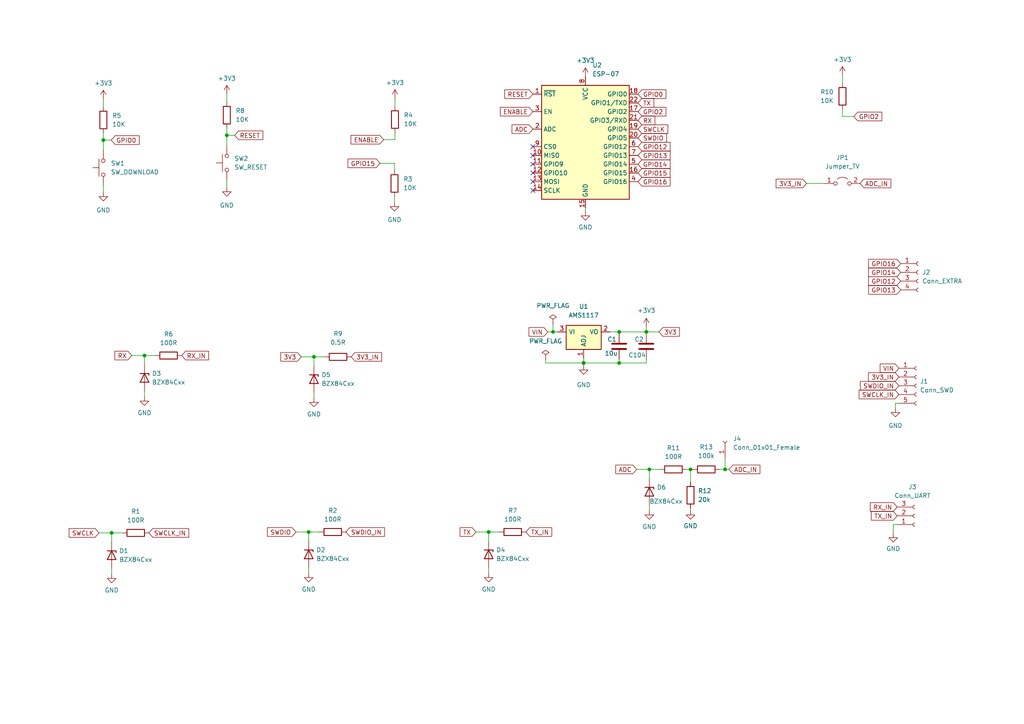
<source format=kicad_sch>
(kicad_sch (version 20211123) (generator eeschema)

  (uuid e63e39d7-6ac0-4ffd-8aa3-1841a4541b55)

  (paper "A4")

  (title_block
    (title "FishTail")
    (date "2022-09-24")
    (rev "1.399")
    (company "ReFab Tech")
  )

  (lib_symbols
    (symbol "Connector:Conn_01x01_Female" (pin_names (offset 1.016) hide) (in_bom yes) (on_board yes)
      (property "Reference" "J" (id 0) (at 0 2.54 0)
        (effects (font (size 1.27 1.27)))
      )
      (property "Value" "Conn_01x01_Female" (id 1) (at 0 -2.54 0)
        (effects (font (size 1.27 1.27)))
      )
      (property "Footprint" "" (id 2) (at 0 0 0)
        (effects (font (size 1.27 1.27)) hide)
      )
      (property "Datasheet" "~" (id 3) (at 0 0 0)
        (effects (font (size 1.27 1.27)) hide)
      )
      (property "ki_keywords" "connector" (id 4) (at 0 0 0)
        (effects (font (size 1.27 1.27)) hide)
      )
      (property "ki_description" "Generic connector, single row, 01x01, script generated (kicad-library-utils/schlib/autogen/connector/)" (id 5) (at 0 0 0)
        (effects (font (size 1.27 1.27)) hide)
      )
      (property "ki_fp_filters" "Connector*:*" (id 6) (at 0 0 0)
        (effects (font (size 1.27 1.27)) hide)
      )
      (symbol "Conn_01x01_Female_1_1"
        (polyline
          (pts
            (xy -1.27 0)
            (xy -0.508 0)
          )
          (stroke (width 0.1524) (type default) (color 0 0 0 0))
          (fill (type none))
        )
        (arc (start 0 0.508) (mid -0.508 0) (end 0 -0.508)
          (stroke (width 0.1524) (type default) (color 0 0 0 0))
          (fill (type none))
        )
        (pin passive line (at -5.08 0 0) (length 3.81)
          (name "Pin_1" (effects (font (size 1.27 1.27))))
          (number "1" (effects (font (size 1.27 1.27))))
        )
      )
    )
    (symbol "Connector:Conn_01x03_Female" (pin_names (offset 1.016) hide) (in_bom yes) (on_board yes)
      (property "Reference" "J" (id 0) (at 0 5.08 0)
        (effects (font (size 1.27 1.27)))
      )
      (property "Value" "Conn_01x03_Female" (id 1) (at 0 -5.08 0)
        (effects (font (size 1.27 1.27)))
      )
      (property "Footprint" "" (id 2) (at 0 0 0)
        (effects (font (size 1.27 1.27)) hide)
      )
      (property "Datasheet" "~" (id 3) (at 0 0 0)
        (effects (font (size 1.27 1.27)) hide)
      )
      (property "ki_keywords" "connector" (id 4) (at 0 0 0)
        (effects (font (size 1.27 1.27)) hide)
      )
      (property "ki_description" "Generic connector, single row, 01x03, script generated (kicad-library-utils/schlib/autogen/connector/)" (id 5) (at 0 0 0)
        (effects (font (size 1.27 1.27)) hide)
      )
      (property "ki_fp_filters" "Connector*:*_1x??_*" (id 6) (at 0 0 0)
        (effects (font (size 1.27 1.27)) hide)
      )
      (symbol "Conn_01x03_Female_1_1"
        (arc (start 0 -2.032) (mid -0.508 -2.54) (end 0 -3.048)
          (stroke (width 0.1524) (type default) (color 0 0 0 0))
          (fill (type none))
        )
        (polyline
          (pts
            (xy -1.27 -2.54)
            (xy -0.508 -2.54)
          )
          (stroke (width 0.1524) (type default) (color 0 0 0 0))
          (fill (type none))
        )
        (polyline
          (pts
            (xy -1.27 0)
            (xy -0.508 0)
          )
          (stroke (width 0.1524) (type default) (color 0 0 0 0))
          (fill (type none))
        )
        (polyline
          (pts
            (xy -1.27 2.54)
            (xy -0.508 2.54)
          )
          (stroke (width 0.1524) (type default) (color 0 0 0 0))
          (fill (type none))
        )
        (arc (start 0 0.508) (mid -0.508 0) (end 0 -0.508)
          (stroke (width 0.1524) (type default) (color 0 0 0 0))
          (fill (type none))
        )
        (arc (start 0 3.048) (mid -0.508 2.54) (end 0 2.032)
          (stroke (width 0.1524) (type default) (color 0 0 0 0))
          (fill (type none))
        )
        (pin passive line (at -5.08 2.54 0) (length 3.81)
          (name "Pin_1" (effects (font (size 1.27 1.27))))
          (number "1" (effects (font (size 1.27 1.27))))
        )
        (pin passive line (at -5.08 0 0) (length 3.81)
          (name "Pin_2" (effects (font (size 1.27 1.27))))
          (number "2" (effects (font (size 1.27 1.27))))
        )
        (pin passive line (at -5.08 -2.54 0) (length 3.81)
          (name "Pin_3" (effects (font (size 1.27 1.27))))
          (number "3" (effects (font (size 1.27 1.27))))
        )
      )
    )
    (symbol "Connector:Conn_01x04_Female" (pin_names (offset 1.016) hide) (in_bom yes) (on_board yes)
      (property "Reference" "J" (id 0) (at 0 5.08 0)
        (effects (font (size 1.27 1.27)))
      )
      (property "Value" "Conn_01x04_Female" (id 1) (at 0 -7.62 0)
        (effects (font (size 1.27 1.27)))
      )
      (property "Footprint" "" (id 2) (at 0 0 0)
        (effects (font (size 1.27 1.27)) hide)
      )
      (property "Datasheet" "~" (id 3) (at 0 0 0)
        (effects (font (size 1.27 1.27)) hide)
      )
      (property "ki_keywords" "connector" (id 4) (at 0 0 0)
        (effects (font (size 1.27 1.27)) hide)
      )
      (property "ki_description" "Generic connector, single row, 01x04, script generated (kicad-library-utils/schlib/autogen/connector/)" (id 5) (at 0 0 0)
        (effects (font (size 1.27 1.27)) hide)
      )
      (property "ki_fp_filters" "Connector*:*_1x??_*" (id 6) (at 0 0 0)
        (effects (font (size 1.27 1.27)) hide)
      )
      (symbol "Conn_01x04_Female_1_1"
        (arc (start 0 -4.572) (mid -0.508 -5.08) (end 0 -5.588)
          (stroke (width 0.1524) (type default) (color 0 0 0 0))
          (fill (type none))
        )
        (arc (start 0 -2.032) (mid -0.508 -2.54) (end 0 -3.048)
          (stroke (width 0.1524) (type default) (color 0 0 0 0))
          (fill (type none))
        )
        (polyline
          (pts
            (xy -1.27 -5.08)
            (xy -0.508 -5.08)
          )
          (stroke (width 0.1524) (type default) (color 0 0 0 0))
          (fill (type none))
        )
        (polyline
          (pts
            (xy -1.27 -2.54)
            (xy -0.508 -2.54)
          )
          (stroke (width 0.1524) (type default) (color 0 0 0 0))
          (fill (type none))
        )
        (polyline
          (pts
            (xy -1.27 0)
            (xy -0.508 0)
          )
          (stroke (width 0.1524) (type default) (color 0 0 0 0))
          (fill (type none))
        )
        (polyline
          (pts
            (xy -1.27 2.54)
            (xy -0.508 2.54)
          )
          (stroke (width 0.1524) (type default) (color 0 0 0 0))
          (fill (type none))
        )
        (arc (start 0 0.508) (mid -0.508 0) (end 0 -0.508)
          (stroke (width 0.1524) (type default) (color 0 0 0 0))
          (fill (type none))
        )
        (arc (start 0 3.048) (mid -0.508 2.54) (end 0 2.032)
          (stroke (width 0.1524) (type default) (color 0 0 0 0))
          (fill (type none))
        )
        (pin passive line (at -5.08 2.54 0) (length 3.81)
          (name "Pin_1" (effects (font (size 1.27 1.27))))
          (number "1" (effects (font (size 1.27 1.27))))
        )
        (pin passive line (at -5.08 0 0) (length 3.81)
          (name "Pin_2" (effects (font (size 1.27 1.27))))
          (number "2" (effects (font (size 1.27 1.27))))
        )
        (pin passive line (at -5.08 -2.54 0) (length 3.81)
          (name "Pin_3" (effects (font (size 1.27 1.27))))
          (number "3" (effects (font (size 1.27 1.27))))
        )
        (pin passive line (at -5.08 -5.08 0) (length 3.81)
          (name "Pin_4" (effects (font (size 1.27 1.27))))
          (number "4" (effects (font (size 1.27 1.27))))
        )
      )
    )
    (symbol "Connector:Conn_01x05_Female" (pin_names (offset 1.016) hide) (in_bom yes) (on_board yes)
      (property "Reference" "J" (id 0) (at 0 7.62 0)
        (effects (font (size 1.27 1.27)))
      )
      (property "Value" "Conn_01x05_Female" (id 1) (at 0 -7.62 0)
        (effects (font (size 1.27 1.27)))
      )
      (property "Footprint" "" (id 2) (at 0 0 0)
        (effects (font (size 1.27 1.27)) hide)
      )
      (property "Datasheet" "~" (id 3) (at 0 0 0)
        (effects (font (size 1.27 1.27)) hide)
      )
      (property "ki_keywords" "connector" (id 4) (at 0 0 0)
        (effects (font (size 1.27 1.27)) hide)
      )
      (property "ki_description" "Generic connector, single row, 01x05, script generated (kicad-library-utils/schlib/autogen/connector/)" (id 5) (at 0 0 0)
        (effects (font (size 1.27 1.27)) hide)
      )
      (property "ki_fp_filters" "Connector*:*_1x??_*" (id 6) (at 0 0 0)
        (effects (font (size 1.27 1.27)) hide)
      )
      (symbol "Conn_01x05_Female_1_1"
        (arc (start 0 -4.572) (mid -0.508 -5.08) (end 0 -5.588)
          (stroke (width 0.1524) (type default) (color 0 0 0 0))
          (fill (type none))
        )
        (arc (start 0 -2.032) (mid -0.508 -2.54) (end 0 -3.048)
          (stroke (width 0.1524) (type default) (color 0 0 0 0))
          (fill (type none))
        )
        (polyline
          (pts
            (xy -1.27 -5.08)
            (xy -0.508 -5.08)
          )
          (stroke (width 0.1524) (type default) (color 0 0 0 0))
          (fill (type none))
        )
        (polyline
          (pts
            (xy -1.27 -2.54)
            (xy -0.508 -2.54)
          )
          (stroke (width 0.1524) (type default) (color 0 0 0 0))
          (fill (type none))
        )
        (polyline
          (pts
            (xy -1.27 0)
            (xy -0.508 0)
          )
          (stroke (width 0.1524) (type default) (color 0 0 0 0))
          (fill (type none))
        )
        (polyline
          (pts
            (xy -1.27 2.54)
            (xy -0.508 2.54)
          )
          (stroke (width 0.1524) (type default) (color 0 0 0 0))
          (fill (type none))
        )
        (polyline
          (pts
            (xy -1.27 5.08)
            (xy -0.508 5.08)
          )
          (stroke (width 0.1524) (type default) (color 0 0 0 0))
          (fill (type none))
        )
        (arc (start 0 0.508) (mid -0.508 0) (end 0 -0.508)
          (stroke (width 0.1524) (type default) (color 0 0 0 0))
          (fill (type none))
        )
        (arc (start 0 3.048) (mid -0.508 2.54) (end 0 2.032)
          (stroke (width 0.1524) (type default) (color 0 0 0 0))
          (fill (type none))
        )
        (arc (start 0 5.588) (mid -0.508 5.08) (end 0 4.572)
          (stroke (width 0.1524) (type default) (color 0 0 0 0))
          (fill (type none))
        )
        (pin passive line (at -5.08 5.08 0) (length 3.81)
          (name "Pin_1" (effects (font (size 1.27 1.27))))
          (number "1" (effects (font (size 1.27 1.27))))
        )
        (pin passive line (at -5.08 2.54 0) (length 3.81)
          (name "Pin_2" (effects (font (size 1.27 1.27))))
          (number "2" (effects (font (size 1.27 1.27))))
        )
        (pin passive line (at -5.08 0 0) (length 3.81)
          (name "Pin_3" (effects (font (size 1.27 1.27))))
          (number "3" (effects (font (size 1.27 1.27))))
        )
        (pin passive line (at -5.08 -2.54 0) (length 3.81)
          (name "Pin_4" (effects (font (size 1.27 1.27))))
          (number "4" (effects (font (size 1.27 1.27))))
        )
        (pin passive line (at -5.08 -5.08 0) (length 3.81)
          (name "Pin_5" (effects (font (size 1.27 1.27))))
          (number "5" (effects (font (size 1.27 1.27))))
        )
      )
    )
    (symbol "Device:C" (pin_numbers hide) (pin_names (offset 0.254)) (in_bom yes) (on_board yes)
      (property "Reference" "C" (id 0) (at 0.635 2.54 0)
        (effects (font (size 1.27 1.27)) (justify left))
      )
      (property "Value" "C" (id 1) (at 0.635 -2.54 0)
        (effects (font (size 1.27 1.27)) (justify left))
      )
      (property "Footprint" "" (id 2) (at 0.9652 -3.81 0)
        (effects (font (size 1.27 1.27)) hide)
      )
      (property "Datasheet" "~" (id 3) (at 0 0 0)
        (effects (font (size 1.27 1.27)) hide)
      )
      (property "ki_keywords" "cap capacitor" (id 4) (at 0 0 0)
        (effects (font (size 1.27 1.27)) hide)
      )
      (property "ki_description" "Unpolarized capacitor" (id 5) (at 0 0 0)
        (effects (font (size 1.27 1.27)) hide)
      )
      (property "ki_fp_filters" "C_*" (id 6) (at 0 0 0)
        (effects (font (size 1.27 1.27)) hide)
      )
      (symbol "C_0_1"
        (polyline
          (pts
            (xy -2.032 -0.762)
            (xy 2.032 -0.762)
          )
          (stroke (width 0.508) (type default) (color 0 0 0 0))
          (fill (type none))
        )
        (polyline
          (pts
            (xy -2.032 0.762)
            (xy 2.032 0.762)
          )
          (stroke (width 0.508) (type default) (color 0 0 0 0))
          (fill (type none))
        )
      )
      (symbol "C_1_1"
        (pin passive line (at 0 3.81 270) (length 2.794)
          (name "~" (effects (font (size 1.27 1.27))))
          (number "1" (effects (font (size 1.27 1.27))))
        )
        (pin passive line (at 0 -3.81 90) (length 2.794)
          (name "~" (effects (font (size 1.27 1.27))))
          (number "2" (effects (font (size 1.27 1.27))))
        )
      )
    )
    (symbol "Device:R" (pin_numbers hide) (pin_names (offset 0)) (in_bom yes) (on_board yes)
      (property "Reference" "R" (id 0) (at 2.032 0 90)
        (effects (font (size 1.27 1.27)))
      )
      (property "Value" "R" (id 1) (at 0 0 90)
        (effects (font (size 1.27 1.27)))
      )
      (property "Footprint" "" (id 2) (at -1.778 0 90)
        (effects (font (size 1.27 1.27)) hide)
      )
      (property "Datasheet" "~" (id 3) (at 0 0 0)
        (effects (font (size 1.27 1.27)) hide)
      )
      (property "ki_keywords" "R res resistor" (id 4) (at 0 0 0)
        (effects (font (size 1.27 1.27)) hide)
      )
      (property "ki_description" "Resistor" (id 5) (at 0 0 0)
        (effects (font (size 1.27 1.27)) hide)
      )
      (property "ki_fp_filters" "R_*" (id 6) (at 0 0 0)
        (effects (font (size 1.27 1.27)) hide)
      )
      (symbol "R_0_1"
        (rectangle (start -1.016 -2.54) (end 1.016 2.54)
          (stroke (width 0.254) (type default) (color 0 0 0 0))
          (fill (type none))
        )
      )
      (symbol "R_1_1"
        (pin passive line (at 0 3.81 270) (length 1.27)
          (name "~" (effects (font (size 1.27 1.27))))
          (number "1" (effects (font (size 1.27 1.27))))
        )
        (pin passive line (at 0 -3.81 90) (length 1.27)
          (name "~" (effects (font (size 1.27 1.27))))
          (number "2" (effects (font (size 1.27 1.27))))
        )
      )
    )
    (symbol "Diode:BZX84Cxx" (pin_numbers hide) (pin_names hide) (in_bom yes) (on_board yes)
      (property "Reference" "D" (id 0) (at 0 3.81 0)
        (effects (font (size 1.27 1.27)))
      )
      (property "Value" "BZX84Cxx" (id 1) (at 0 -3.81 0)
        (effects (font (size 1.27 1.27)))
      )
      (property "Footprint" "Package_TO_SOT_SMD:SOT-23" (id 2) (at 0 0 0)
        (effects (font (size 1.27 1.27)) hide)
      )
      (property "Datasheet" "https://diotec.com/tl_files/diotec/files/pdf/datasheets/bzx84c2v4.pdf" (id 3) (at 0 0 0)
        (effects (font (size 1.27 1.27)) hide)
      )
      (property "ki_keywords" "zener diode" (id 4) (at 0 0 0)
        (effects (font (size 1.27 1.27)) hide)
      )
      (property "ki_description" "300mW Zener Diode, SOT-23" (id 5) (at 0 0 0)
        (effects (font (size 1.27 1.27)) hide)
      )
      (property "ki_fp_filters" "SOT?23*" (id 6) (at 0 0 0)
        (effects (font (size 1.27 1.27)) hide)
      )
      (symbol "BZX84Cxx_0_1"
        (polyline
          (pts
            (xy 1.27 0)
            (xy -1.27 0)
          )
          (stroke (width 0) (type default) (color 0 0 0 0))
          (fill (type none))
        )
        (polyline
          (pts
            (xy -1.27 -1.27)
            (xy -1.27 1.27)
            (xy -0.762 1.27)
          )
          (stroke (width 0.254) (type default) (color 0 0 0 0))
          (fill (type none))
        )
        (polyline
          (pts
            (xy 1.27 -1.27)
            (xy 1.27 1.27)
            (xy -1.27 0)
            (xy 1.27 -1.27)
          )
          (stroke (width 0.254) (type default) (color 0 0 0 0))
          (fill (type none))
        )
      )
      (symbol "BZX84Cxx_1_1"
        (pin passive line (at 3.81 0 180) (length 2.54)
          (name "A" (effects (font (size 1.27 1.27))))
          (number "1" (effects (font (size 1.27 1.27))))
        )
        (pin no_connect line (at 1.27 0 180) (length 2.54) hide
          (name "NC" (effects (font (size 1.27 1.27))))
          (number "2" (effects (font (size 1.27 1.27))))
        )
        (pin passive line (at -3.81 0 0) (length 2.54)
          (name "K" (effects (font (size 1.27 1.27))))
          (number "3" (effects (font (size 1.27 1.27))))
        )
      )
    )
    (symbol "Jumper:Jumper_2_Open" (pin_names (offset 0) hide) (in_bom yes) (on_board yes)
      (property "Reference" "JP" (id 0) (at 0 2.794 0)
        (effects (font (size 1.27 1.27)))
      )
      (property "Value" "Jumper_2_Open" (id 1) (at 0 -2.286 0)
        (effects (font (size 1.27 1.27)))
      )
      (property "Footprint" "" (id 2) (at 0 0 0)
        (effects (font (size 1.27 1.27)) hide)
      )
      (property "Datasheet" "~" (id 3) (at 0 0 0)
        (effects (font (size 1.27 1.27)) hide)
      )
      (property "ki_keywords" "Jumper SPST" (id 4) (at 0 0 0)
        (effects (font (size 1.27 1.27)) hide)
      )
      (property "ki_description" "Jumper, 2-pole, open" (id 5) (at 0 0 0)
        (effects (font (size 1.27 1.27)) hide)
      )
      (property "ki_fp_filters" "Jumper* TestPoint*2Pads* TestPoint*Bridge*" (id 6) (at 0 0 0)
        (effects (font (size 1.27 1.27)) hide)
      )
      (symbol "Jumper_2_Open_0_0"
        (circle (center -2.032 0) (radius 0.508)
          (stroke (width 0) (type default) (color 0 0 0 0))
          (fill (type none))
        )
        (circle (center 2.032 0) (radius 0.508)
          (stroke (width 0) (type default) (color 0 0 0 0))
          (fill (type none))
        )
      )
      (symbol "Jumper_2_Open_0_1"
        (arc (start 1.524 1.27) (mid 0 1.778) (end -1.524 1.27)
          (stroke (width 0) (type default) (color 0 0 0 0))
          (fill (type none))
        )
      )
      (symbol "Jumper_2_Open_1_1"
        (pin passive line (at -5.08 0 0) (length 2.54)
          (name "A" (effects (font (size 1.27 1.27))))
          (number "1" (effects (font (size 1.27 1.27))))
        )
        (pin passive line (at 5.08 0 180) (length 2.54)
          (name "B" (effects (font (size 1.27 1.27))))
          (number "2" (effects (font (size 1.27 1.27))))
        )
      )
    )
    (symbol "RF_Module:ESP-12F" (in_bom yes) (on_board yes)
      (property "Reference" "U" (id 0) (at -12.7 19.05 0)
        (effects (font (size 1.27 1.27)) (justify left))
      )
      (property "Value" "ESP-12F" (id 1) (at 12.7 19.05 0)
        (effects (font (size 1.27 1.27)) (justify right))
      )
      (property "Footprint" "RF_Module:ESP-12E" (id 2) (at 0 0 0)
        (effects (font (size 1.27 1.27)) hide)
      )
      (property "Datasheet" "http://wiki.ai-thinker.com/_media/esp8266/esp8266_series_modules_user_manual_v1.1.pdf" (id 3) (at -8.89 2.54 0)
        (effects (font (size 1.27 1.27)) hide)
      )
      (property "ki_keywords" "802.11 Wi-Fi" (id 4) (at 0 0 0)
        (effects (font (size 1.27 1.27)) hide)
      )
      (property "ki_description" "802.11 b/g/n Wi-Fi Module" (id 5) (at 0 0 0)
        (effects (font (size 1.27 1.27)) hide)
      )
      (property "ki_fp_filters" "ESP?12*" (id 6) (at 0 0 0)
        (effects (font (size 1.27 1.27)) hide)
      )
      (symbol "ESP-12F_0_1"
        (rectangle (start -12.7 17.78) (end 12.7 -15.24)
          (stroke (width 0.254) (type default) (color 0 0 0 0))
          (fill (type background))
        )
      )
      (symbol "ESP-12F_1_1"
        (pin input line (at -15.24 15.24 0) (length 2.54)
          (name "~{RST}" (effects (font (size 1.27 1.27))))
          (number "1" (effects (font (size 1.27 1.27))))
        )
        (pin bidirectional line (at -15.24 -2.54 0) (length 2.54)
          (name "MISO" (effects (font (size 1.27 1.27))))
          (number "10" (effects (font (size 1.27 1.27))))
        )
        (pin bidirectional line (at -15.24 -5.08 0) (length 2.54)
          (name "GPIO9" (effects (font (size 1.27 1.27))))
          (number "11" (effects (font (size 1.27 1.27))))
        )
        (pin bidirectional line (at -15.24 -7.62 0) (length 2.54)
          (name "GPIO10" (effects (font (size 1.27 1.27))))
          (number "12" (effects (font (size 1.27 1.27))))
        )
        (pin bidirectional line (at -15.24 -10.16 0) (length 2.54)
          (name "MOSI" (effects (font (size 1.27 1.27))))
          (number "13" (effects (font (size 1.27 1.27))))
        )
        (pin bidirectional line (at -15.24 -12.7 0) (length 2.54)
          (name "SCLK" (effects (font (size 1.27 1.27))))
          (number "14" (effects (font (size 1.27 1.27))))
        )
        (pin power_in line (at 0 -17.78 90) (length 2.54)
          (name "GND" (effects (font (size 1.27 1.27))))
          (number "15" (effects (font (size 1.27 1.27))))
        )
        (pin bidirectional line (at 15.24 -7.62 180) (length 2.54)
          (name "GPIO15" (effects (font (size 1.27 1.27))))
          (number "16" (effects (font (size 1.27 1.27))))
        )
        (pin bidirectional line (at 15.24 10.16 180) (length 2.54)
          (name "GPIO2" (effects (font (size 1.27 1.27))))
          (number "17" (effects (font (size 1.27 1.27))))
        )
        (pin bidirectional line (at 15.24 15.24 180) (length 2.54)
          (name "GPIO0" (effects (font (size 1.27 1.27))))
          (number "18" (effects (font (size 1.27 1.27))))
        )
        (pin bidirectional line (at 15.24 5.08 180) (length 2.54)
          (name "GPIO4" (effects (font (size 1.27 1.27))))
          (number "19" (effects (font (size 1.27 1.27))))
        )
        (pin input line (at -15.24 5.08 0) (length 2.54)
          (name "ADC" (effects (font (size 1.27 1.27))))
          (number "2" (effects (font (size 1.27 1.27))))
        )
        (pin bidirectional line (at 15.24 2.54 180) (length 2.54)
          (name "GPIO5" (effects (font (size 1.27 1.27))))
          (number "20" (effects (font (size 1.27 1.27))))
        )
        (pin bidirectional line (at 15.24 7.62 180) (length 2.54)
          (name "GPIO3/RXD" (effects (font (size 1.27 1.27))))
          (number "21" (effects (font (size 1.27 1.27))))
        )
        (pin bidirectional line (at 15.24 12.7 180) (length 2.54)
          (name "GPIO1/TXD" (effects (font (size 1.27 1.27))))
          (number "22" (effects (font (size 1.27 1.27))))
        )
        (pin input line (at -15.24 10.16 0) (length 2.54)
          (name "EN" (effects (font (size 1.27 1.27))))
          (number "3" (effects (font (size 1.27 1.27))))
        )
        (pin bidirectional line (at 15.24 -10.16 180) (length 2.54)
          (name "GPIO16" (effects (font (size 1.27 1.27))))
          (number "4" (effects (font (size 1.27 1.27))))
        )
        (pin bidirectional line (at 15.24 -5.08 180) (length 2.54)
          (name "GPIO14" (effects (font (size 1.27 1.27))))
          (number "5" (effects (font (size 1.27 1.27))))
        )
        (pin bidirectional line (at 15.24 0 180) (length 2.54)
          (name "GPIO12" (effects (font (size 1.27 1.27))))
          (number "6" (effects (font (size 1.27 1.27))))
        )
        (pin bidirectional line (at 15.24 -2.54 180) (length 2.54)
          (name "GPIO13" (effects (font (size 1.27 1.27))))
          (number "7" (effects (font (size 1.27 1.27))))
        )
        (pin power_in line (at 0 20.32 270) (length 2.54)
          (name "VCC" (effects (font (size 1.27 1.27))))
          (number "8" (effects (font (size 1.27 1.27))))
        )
        (pin input line (at -15.24 0 0) (length 2.54)
          (name "CS0" (effects (font (size 1.27 1.27))))
          (number "9" (effects (font (size 1.27 1.27))))
        )
      )
    )
    (symbol "Regulator_Linear:AMS1117" (pin_names (offset 0.762)) (in_bom yes) (on_board yes)
      (property "Reference" "U" (id 0) (at -3.81 3.175 0)
        (effects (font (size 1.27 1.27)))
      )
      (property "Value" "AMS1117" (id 1) (at 0 3.175 0)
        (effects (font (size 1.27 1.27)) (justify left))
      )
      (property "Footprint" "Package_TO_SOT_SMD:SOT-223-3_TabPin2" (id 2) (at 0 5.08 0)
        (effects (font (size 1.27 1.27)) hide)
      )
      (property "Datasheet" "http://www.advanced-monolithic.com/pdf/ds1117.pdf" (id 3) (at 2.54 -6.35 0)
        (effects (font (size 1.27 1.27)) hide)
      )
      (property "ki_keywords" "linear regulator ldo adjustable positive" (id 4) (at 0 0 0)
        (effects (font (size 1.27 1.27)) hide)
      )
      (property "ki_description" "1A Low Dropout regulator, positive, adjustable output, SOT-223" (id 5) (at 0 0 0)
        (effects (font (size 1.27 1.27)) hide)
      )
      (property "ki_fp_filters" "SOT?223*TabPin2*" (id 6) (at 0 0 0)
        (effects (font (size 1.27 1.27)) hide)
      )
      (symbol "AMS1117_0_1"
        (rectangle (start -5.08 -5.08) (end 5.08 1.905)
          (stroke (width 0.254) (type default) (color 0 0 0 0))
          (fill (type background))
        )
      )
      (symbol "AMS1117_1_1"
        (pin input line (at 0 -7.62 90) (length 2.54)
          (name "ADJ" (effects (font (size 1.27 1.27))))
          (number "1" (effects (font (size 1.27 1.27))))
        )
        (pin power_out line (at 7.62 0 180) (length 2.54)
          (name "VO" (effects (font (size 1.27 1.27))))
          (number "2" (effects (font (size 1.27 1.27))))
        )
        (pin power_in line (at -7.62 0 0) (length 2.54)
          (name "VI" (effects (font (size 1.27 1.27))))
          (number "3" (effects (font (size 1.27 1.27))))
        )
      )
    )
    (symbol "Switch:SW_Push" (pin_numbers hide) (pin_names (offset 1.016) hide) (in_bom yes) (on_board yes)
      (property "Reference" "SW" (id 0) (at 1.27 2.54 0)
        (effects (font (size 1.27 1.27)) (justify left))
      )
      (property "Value" "SW_Push" (id 1) (at 0 -1.524 0)
        (effects (font (size 1.27 1.27)))
      )
      (property "Footprint" "" (id 2) (at 0 5.08 0)
        (effects (font (size 1.27 1.27)) hide)
      )
      (property "Datasheet" "~" (id 3) (at 0 5.08 0)
        (effects (font (size 1.27 1.27)) hide)
      )
      (property "ki_keywords" "switch normally-open pushbutton push-button" (id 4) (at 0 0 0)
        (effects (font (size 1.27 1.27)) hide)
      )
      (property "ki_description" "Push button switch, generic, two pins" (id 5) (at 0 0 0)
        (effects (font (size 1.27 1.27)) hide)
      )
      (symbol "SW_Push_0_1"
        (circle (center -2.032 0) (radius 0.508)
          (stroke (width 0) (type default) (color 0 0 0 0))
          (fill (type none))
        )
        (polyline
          (pts
            (xy 0 1.27)
            (xy 0 3.048)
          )
          (stroke (width 0) (type default) (color 0 0 0 0))
          (fill (type none))
        )
        (polyline
          (pts
            (xy 2.54 1.27)
            (xy -2.54 1.27)
          )
          (stroke (width 0) (type default) (color 0 0 0 0))
          (fill (type none))
        )
        (circle (center 2.032 0) (radius 0.508)
          (stroke (width 0) (type default) (color 0 0 0 0))
          (fill (type none))
        )
        (pin passive line (at -5.08 0 0) (length 2.54)
          (name "1" (effects (font (size 1.27 1.27))))
          (number "1" (effects (font (size 1.27 1.27))))
        )
        (pin passive line (at 5.08 0 180) (length 2.54)
          (name "2" (effects (font (size 1.27 1.27))))
          (number "2" (effects (font (size 1.27 1.27))))
        )
      )
    )
    (symbol "power:+3V3" (power) (pin_names (offset 0)) (in_bom yes) (on_board yes)
      (property "Reference" "#PWR" (id 0) (at 0 -3.81 0)
        (effects (font (size 1.27 1.27)) hide)
      )
      (property "Value" "+3V3" (id 1) (at 0 3.556 0)
        (effects (font (size 1.27 1.27)))
      )
      (property "Footprint" "" (id 2) (at 0 0 0)
        (effects (font (size 1.27 1.27)) hide)
      )
      (property "Datasheet" "" (id 3) (at 0 0 0)
        (effects (font (size 1.27 1.27)) hide)
      )
      (property "ki_keywords" "power-flag" (id 4) (at 0 0 0)
        (effects (font (size 1.27 1.27)) hide)
      )
      (property "ki_description" "Power symbol creates a global label with name \"+3V3\"" (id 5) (at 0 0 0)
        (effects (font (size 1.27 1.27)) hide)
      )
      (symbol "+3V3_0_1"
        (polyline
          (pts
            (xy -0.762 1.27)
            (xy 0 2.54)
          )
          (stroke (width 0) (type default) (color 0 0 0 0))
          (fill (type none))
        )
        (polyline
          (pts
            (xy 0 0)
            (xy 0 2.54)
          )
          (stroke (width 0) (type default) (color 0 0 0 0))
          (fill (type none))
        )
        (polyline
          (pts
            (xy 0 2.54)
            (xy 0.762 1.27)
          )
          (stroke (width 0) (type default) (color 0 0 0 0))
          (fill (type none))
        )
      )
      (symbol "+3V3_1_1"
        (pin power_in line (at 0 0 90) (length 0) hide
          (name "+3V3" (effects (font (size 1.27 1.27))))
          (number "1" (effects (font (size 1.27 1.27))))
        )
      )
    )
    (symbol "power:GND" (power) (pin_names (offset 0)) (in_bom yes) (on_board yes)
      (property "Reference" "#PWR" (id 0) (at 0 -6.35 0)
        (effects (font (size 1.27 1.27)) hide)
      )
      (property "Value" "GND" (id 1) (at 0 -3.81 0)
        (effects (font (size 1.27 1.27)))
      )
      (property "Footprint" "" (id 2) (at 0 0 0)
        (effects (font (size 1.27 1.27)) hide)
      )
      (property "Datasheet" "" (id 3) (at 0 0 0)
        (effects (font (size 1.27 1.27)) hide)
      )
      (property "ki_keywords" "power-flag" (id 4) (at 0 0 0)
        (effects (font (size 1.27 1.27)) hide)
      )
      (property "ki_description" "Power symbol creates a global label with name \"GND\" , ground" (id 5) (at 0 0 0)
        (effects (font (size 1.27 1.27)) hide)
      )
      (symbol "GND_0_1"
        (polyline
          (pts
            (xy 0 0)
            (xy 0 -1.27)
            (xy 1.27 -1.27)
            (xy 0 -2.54)
            (xy -1.27 -1.27)
            (xy 0 -1.27)
          )
          (stroke (width 0) (type default) (color 0 0 0 0))
          (fill (type none))
        )
      )
      (symbol "GND_1_1"
        (pin power_in line (at 0 0 270) (length 0) hide
          (name "GND" (effects (font (size 1.27 1.27))))
          (number "1" (effects (font (size 1.27 1.27))))
        )
      )
    )
    (symbol "power:PWR_FLAG" (power) (pin_numbers hide) (pin_names (offset 0) hide) (in_bom yes) (on_board yes)
      (property "Reference" "#FLG" (id 0) (at 0 1.905 0)
        (effects (font (size 1.27 1.27)) hide)
      )
      (property "Value" "PWR_FLAG" (id 1) (at 0 3.81 0)
        (effects (font (size 1.27 1.27)))
      )
      (property "Footprint" "" (id 2) (at 0 0 0)
        (effects (font (size 1.27 1.27)) hide)
      )
      (property "Datasheet" "~" (id 3) (at 0 0 0)
        (effects (font (size 1.27 1.27)) hide)
      )
      (property "ki_keywords" "power-flag" (id 4) (at 0 0 0)
        (effects (font (size 1.27 1.27)) hide)
      )
      (property "ki_description" "Special symbol for telling ERC where power comes from" (id 5) (at 0 0 0)
        (effects (font (size 1.27 1.27)) hide)
      )
      (symbol "PWR_FLAG_0_0"
        (pin power_out line (at 0 0 90) (length 0)
          (name "pwr" (effects (font (size 1.27 1.27))))
          (number "1" (effects (font (size 1.27 1.27))))
        )
      )
      (symbol "PWR_FLAG_0_1"
        (polyline
          (pts
            (xy 0 0)
            (xy 0 1.27)
            (xy -1.016 1.905)
            (xy 0 2.54)
            (xy 1.016 1.905)
            (xy 0 1.27)
          )
          (stroke (width 0) (type default) (color 0 0 0 0))
          (fill (type none))
        )
      )
    )
  )

  (junction (at 187.452 96.266) (diameter 0) (color 0 0 0 0)
    (uuid 073115fe-ae8c-4b49-8f88-ac6b1f235e02)
  )
  (junction (at 141.732 154.305) (diameter 0) (color 0 0 0 0)
    (uuid 09587b3b-bc68-46f1-967f-057d88270d0a)
  )
  (junction (at 41.91 103.124) (diameter 0) (color 0 0 0 0)
    (uuid 1f99ca96-49dc-4452-9244-59d1268bd346)
  )
  (junction (at 32.385 154.559) (diameter 0) (color 0 0 0 0)
    (uuid 23e2dc45-c988-46ad-8673-03be370da161)
  )
  (junction (at 179.578 105.283) (diameter 0) (color 0 0 0 0)
    (uuid 2d62d068-7f95-4aff-bc8f-565e860267a9)
  )
  (junction (at 89.535 154.305) (diameter 0) (color 0 0 0 0)
    (uuid 4858ccf1-8894-4197-90af-4596de25e06c)
  )
  (junction (at 65.786 39.243) (diameter 0) (color 0 0 0 0)
    (uuid 6f296356-db92-4eda-be34-a000ff7c335d)
  )
  (junction (at 210.312 136.144) (diameter 0) (color 0 0 0 0)
    (uuid 7ea65605-784b-42e4-9a34-bde3c879e3cb)
  )
  (junction (at 169.291 105.2638) (diameter 0) (color 0 0 0 0)
    (uuid 93e400c1-f1ed-4cbd-b521-2bc090f6b8ed)
  )
  (junction (at 179.578 96.266) (diameter 0) (color 0 0 0 0)
    (uuid 94592d85-fa4f-42c2-a1e3-e0c76dd972fb)
  )
  (junction (at 29.972 40.64) (diameter 0) (color 0 0 0 0)
    (uuid af161e12-2251-46aa-8c70-05bdff0a4bbd)
  )
  (junction (at 169.291 105.283) (diameter 0) (color 0 0 0 0)
    (uuid b4828566-0bf1-4643-b1b6-cb4807462830)
  )
  (junction (at 188.341 136.144) (diameter 0) (color 0 0 0 0)
    (uuid cad8fd90-43f3-487f-a19e-9dde95baffba)
  )
  (junction (at 160.401 96.266) (diameter 0) (color 0 0 0 0)
    (uuid ccdbd1e9-f638-4a0b-8283-b27a59eb17a3)
  )
  (junction (at 200.279 136.144) (diameter 0) (color 0 0 0 0)
    (uuid eb8520b0-7e5b-439a-969e-9d79da8fc26f)
  )
  (junction (at 91.059 103.505) (diameter 0) (color 0 0 0 0)
    (uuid ec6b4502-eb14-496a-a7d7-06542cb55d58)
  )

  (no_connect (at 154.559 52.705) (uuid 0ec55ee5-893b-4b24-8a35-45d83e8df9bc))
  (no_connect (at 154.559 55.245) (uuid 0ec55ee5-893b-4b24-8a35-45d83e8df9bc))
  (no_connect (at 154.559 42.545) (uuid 0ec55ee5-893b-4b24-8a35-45d83e8df9bc))
  (no_connect (at 154.559 45.085) (uuid 0ec55ee5-893b-4b24-8a35-45d83e8df9bc))
  (no_connect (at 154.559 47.625) (uuid 0ec55ee5-893b-4b24-8a35-45d83e8df9bc))
  (no_connect (at 154.559 50.165) (uuid 0ec55ee5-893b-4b24-8a35-45d83e8df9bc))

  (wire (pts (xy 114.427 49.403) (xy 114.427 47.371))
    (stroke (width 0) (type default) (color 0 0 0 0))
    (uuid 0595e912-c0cd-4d8a-a5a9-b25b436a4bde)
  )
  (wire (pts (xy 179.578 105.283) (xy 169.291 105.283))
    (stroke (width 0) (type default) (color 0 0 0 0))
    (uuid 06d27c4b-5a73-43be-9387-ec7a071078dc)
  )
  (wire (pts (xy 259.08 154.686) (xy 259.08 152.146))
    (stroke (width 0) (type default) (color 0 0 0 0))
    (uuid 074d6bdc-f83c-4158-89c2-1b70247e2d92)
  )
  (wire (pts (xy 65.786 27.305) (xy 65.786 29.591))
    (stroke (width 0) (type default) (color 0 0 0 0))
    (uuid 11e16026-9141-453a-966d-3facf8b92a27)
  )
  (wire (pts (xy 114.427 57.023) (xy 114.427 58.674))
    (stroke (width 0) (type default) (color 0 0 0 0))
    (uuid 18683787-bb36-41c4-b752-60bac5f52645)
  )
  (wire (pts (xy 187.452 94.869) (xy 187.452 96.266))
    (stroke (width 0) (type default) (color 0 0 0 0))
    (uuid 1d0aef7e-0fd0-4830-8fd5-da1c57499c68)
  )
  (wire (pts (xy 191.516 136.144) (xy 188.341 136.144))
    (stroke (width 0) (type default) (color 0 0 0 0))
    (uuid 1f6e8cd6-b64d-494f-bf03-656624afc4d7)
  )
  (wire (pts (xy 92.71 154.305) (xy 89.535 154.305))
    (stroke (width 0) (type default) (color 0 0 0 0))
    (uuid 21893ff5-0d52-4609-a509-f6c812da337f)
  )
  (wire (pts (xy 259.715 118.364) (xy 259.715 116.967))
    (stroke (width 0) (type default) (color 0 0 0 0))
    (uuid 220e3943-758b-4579-a67b-562d10d3503b)
  )
  (wire (pts (xy 114.554 28.575) (xy 114.554 30.861))
    (stroke (width 0) (type default) (color 0 0 0 0))
    (uuid 2b308278-24e9-4c09-80ae-d1b529db5758)
  )
  (wire (pts (xy 184.658 136.144) (xy 188.341 136.144))
    (stroke (width 0) (type default) (color 0 0 0 0))
    (uuid 2b82994c-948d-4487-9c21-c9ae4cdc8956)
  )
  (wire (pts (xy 199.136 136.144) (xy 200.279 136.144))
    (stroke (width 0) (type default) (color 0 0 0 0))
    (uuid 2ec111ec-c3b3-4a94-8b6b-d4377d8c357b)
  )
  (wire (pts (xy 244.348 21.844) (xy 244.348 24.13))
    (stroke (width 0) (type default) (color 0 0 0 0))
    (uuid 302af897-3d0a-4981-97f9-00b7333cfb8d)
  )
  (wire (pts (xy 141.732 164.592) (xy 141.732 166.243))
    (stroke (width 0) (type default) (color 0 0 0 0))
    (uuid 37a5ae06-bff3-42c6-bb9b-e112de538eb8)
  )
  (wire (pts (xy 68.072 39.243) (xy 65.786 39.243))
    (stroke (width 0) (type default) (color 0 0 0 0))
    (uuid 37f60d07-4fcc-445b-8f91-914dcefccfcd)
  )
  (wire (pts (xy 188.341 136.144) (xy 188.341 138.811))
    (stroke (width 0) (type default) (color 0 0 0 0))
    (uuid 386f04e7-715b-42e3-937b-378594f74cc8)
  )
  (wire (pts (xy 187.452 105.283) (xy 179.578 105.283))
    (stroke (width 0) (type default) (color 0 0 0 0))
    (uuid 3f3bf656-03bd-4dd1-beca-d711dd5b0a6d)
  )
  (wire (pts (xy 169.291 105.2638) (xy 169.291 105.283))
    (stroke (width 0) (type default) (color 0 0 0 0))
    (uuid 47aa2d8f-a959-4fef-8921-6bb8541b7437)
  )
  (wire (pts (xy 144.907 154.305) (xy 141.732 154.305))
    (stroke (width 0) (type default) (color 0 0 0 0))
    (uuid 49988009-696b-48eb-a1ab-50dece2937a3)
  )
  (wire (pts (xy 176.911 96.266) (xy 179.578 96.266))
    (stroke (width 0) (type default) (color 0 0 0 0))
    (uuid 4f84cf8a-c98b-44cf-9573-097770651546)
  )
  (wire (pts (xy 200.279 136.144) (xy 201.041 136.144))
    (stroke (width 0) (type default) (color 0 0 0 0))
    (uuid 541f8ba3-d697-433d-8123-4a72963dc5c6)
  )
  (wire (pts (xy 28.702 154.559) (xy 32.385 154.559))
    (stroke (width 0) (type default) (color 0 0 0 0))
    (uuid 56f20a28-45c9-4277-be22-3d1a2ca2b420)
  )
  (wire (pts (xy 179.578 96.266) (xy 179.578 96.647))
    (stroke (width 0) (type default) (color 0 0 0 0))
    (uuid 578f99d6-92ab-428b-a95d-ce8662d00800)
  )
  (wire (pts (xy 65.786 39.243) (xy 65.786 42.164))
    (stroke (width 0) (type default) (color 0 0 0 0))
    (uuid 5c8e16c9-32e2-4d30-b24d-e901d04d27fe)
  )
  (wire (pts (xy 169.291 105.283) (xy 169.291 106.045))
    (stroke (width 0) (type default) (color 0 0 0 0))
    (uuid 5d7ba253-54f7-44da-8c6e-d76a9133c5c0)
  )
  (wire (pts (xy 32.385 164.846) (xy 32.385 166.497))
    (stroke (width 0) (type default) (color 0 0 0 0))
    (uuid 5fbb1897-af29-4fab-8839-c374a0938701)
  )
  (wire (pts (xy 89.535 154.305) (xy 89.535 156.972))
    (stroke (width 0) (type default) (color 0 0 0 0))
    (uuid 6369939c-00b0-4375-8cd4-ee438d4312e2)
  )
  (wire (pts (xy 94.234 103.505) (xy 91.059 103.505))
    (stroke (width 0) (type default) (color 0 0 0 0))
    (uuid 666b1933-cca2-40a3-90a1-077aa7d3605b)
  )
  (wire (pts (xy 158.242 105.2638) (xy 169.291 105.2638))
    (stroke (width 0) (type default) (color 0 0 0 0))
    (uuid 68d4deb5-4183-43f2-8b58-151e2b13fb22)
  )
  (wire (pts (xy 208.661 136.144) (xy 210.312 136.144))
    (stroke (width 0) (type default) (color 0 0 0 0))
    (uuid 6fe80580-7eb2-4bd4-a993-d88a4d01bc30)
  )
  (wire (pts (xy 91.059 113.792) (xy 91.059 115.443))
    (stroke (width 0) (type default) (color 0 0 0 0))
    (uuid 771bf096-2620-4333-a0c5-0a4bab98a5f8)
  )
  (wire (pts (xy 259.715 116.967) (xy 260.731 116.967))
    (stroke (width 0) (type default) (color 0 0 0 0))
    (uuid 773a039a-ac47-4321-9c14-ba7c71d5f6c6)
  )
  (wire (pts (xy 114.427 47.371) (xy 110.236 47.371))
    (stroke (width 0) (type default) (color 0 0 0 0))
    (uuid 7ec11c95-cf90-4463-8eef-57005f55f8c7)
  )
  (wire (pts (xy 32.385 154.559) (xy 32.385 157.226))
    (stroke (width 0) (type default) (color 0 0 0 0))
    (uuid 7f17fbb0-d352-4988-a0e2-119b5ac3fcc1)
  )
  (wire (pts (xy 35.56 154.559) (xy 32.385 154.559))
    (stroke (width 0) (type default) (color 0 0 0 0))
    (uuid 8315c97a-7ce8-46f1-82b1-991584e0e5b3)
  )
  (wire (pts (xy 41.91 103.124) (xy 41.91 105.791))
    (stroke (width 0) (type default) (color 0 0 0 0))
    (uuid 85cfeb1a-bf37-4808-a748-9565fc1c7347)
  )
  (wire (pts (xy 233.934 53.213) (xy 239.268 53.213))
    (stroke (width 0) (type default) (color 0 0 0 0))
    (uuid 881b82cd-a3d3-4b48-b6e7-0f6d80341f21)
  )
  (wire (pts (xy 210.312 132.969) (xy 210.312 136.144))
    (stroke (width 0) (type default) (color 0 0 0 0))
    (uuid 8b87f935-6c2a-40c7-aaaa-e5d1c4745bb3)
  )
  (wire (pts (xy 169.291 103.886) (xy 169.291 105.2638))
    (stroke (width 0) (type default) (color 0 0 0 0))
    (uuid 8f84be1c-2e8a-427d-8482-a9872a7e37ff)
  )
  (wire (pts (xy 87.376 103.505) (xy 91.059 103.505))
    (stroke (width 0) (type default) (color 0 0 0 0))
    (uuid 9f91bfd8-8f3f-4d5a-bdf7-3389079e3e3c)
  )
  (wire (pts (xy 141.732 154.305) (xy 141.732 156.972))
    (stroke (width 0) (type default) (color 0 0 0 0))
    (uuid a26d2835-70aa-40ae-a354-c5b960d7b19c)
  )
  (wire (pts (xy 200.279 147.447) (xy 200.279 148.082))
    (stroke (width 0) (type default) (color 0 0 0 0))
    (uuid a30fb33c-77a0-4240-8e1e-c89bd4be9f17)
  )
  (wire (pts (xy 111.252 40.513) (xy 114.554 40.513))
    (stroke (width 0) (type default) (color 0 0 0 0))
    (uuid a5476841-dbee-4354-8e24-cc489c25bb0e)
  )
  (wire (pts (xy 158.877 96.266) (xy 160.401 96.266))
    (stroke (width 0) (type default) (color 0 0 0 0))
    (uuid a616b6f5-1cb3-431e-9ce2-baa2ac417389)
  )
  (wire (pts (xy 158.242 104.14) (xy 158.242 105.2638))
    (stroke (width 0) (type default) (color 0 0 0 0))
    (uuid aca10d53-1440-4f51-8c05-e90649796c4c)
  )
  (wire (pts (xy 41.91 113.411) (xy 41.91 115.062))
    (stroke (width 0) (type default) (color 0 0 0 0))
    (uuid ae1ebad5-8302-46e0-82a3-8d51a75a368c)
  )
  (wire (pts (xy 160.401 96.266) (xy 161.671 96.266))
    (stroke (width 0) (type default) (color 0 0 0 0))
    (uuid afa5c284-f332-4d36-929a-e81cefb21777)
  )
  (wire (pts (xy 138.049 154.305) (xy 141.732 154.305))
    (stroke (width 0) (type default) (color 0 0 0 0))
    (uuid afb21bcd-7609-4bfd-974f-1bf25d680491)
  )
  (wire (pts (xy 38.227 103.124) (xy 41.91 103.124))
    (stroke (width 0) (type default) (color 0 0 0 0))
    (uuid b0e17974-8c5d-4eb1-88ea-ec08553ecb32)
  )
  (wire (pts (xy 179.578 104.267) (xy 179.578 105.283))
    (stroke (width 0) (type default) (color 0 0 0 0))
    (uuid b30c12fa-d863-4867-a99c-6a26a2e7fac7)
  )
  (wire (pts (xy 259.08 152.146) (xy 260.223 152.146))
    (stroke (width 0) (type default) (color 0 0 0 0))
    (uuid b9b92bda-0a4b-4ada-af50-c7cbfe0314bd)
  )
  (wire (pts (xy 114.554 40.513) (xy 114.554 38.481))
    (stroke (width 0) (type default) (color 0 0 0 0))
    (uuid ba2c76d0-781a-405a-b8ad-fc8fb04a22fe)
  )
  (wire (pts (xy 187.452 104.267) (xy 187.452 105.283))
    (stroke (width 0) (type default) (color 0 0 0 0))
    (uuid bc88214e-07aa-453d-a4d6-d40e0ac901ec)
  )
  (wire (pts (xy 188.341 146.431) (xy 188.341 148.082))
    (stroke (width 0) (type default) (color 0 0 0 0))
    (uuid c07da1ab-c306-48eb-94bb-97f544c7f198)
  )
  (wire (pts (xy 85.852 154.305) (xy 89.535 154.305))
    (stroke (width 0) (type default) (color 0 0 0 0))
    (uuid c4a6c7d5-28ea-4c2b-9729-abf7f88c308a)
  )
  (wire (pts (xy 187.452 96.266) (xy 179.578 96.266))
    (stroke (width 0) (type default) (color 0 0 0 0))
    (uuid c51b37f7-5f20-4e4a-84a4-c1c49354e51e)
  )
  (wire (pts (xy 29.972 40.64) (xy 29.972 43.561))
    (stroke (width 0) (type default) (color 0 0 0 0))
    (uuid c5e76abf-d35e-4fae-9aa7-9fc5a5c5274d)
  )
  (wire (pts (xy 29.972 28.702) (xy 29.972 30.988))
    (stroke (width 0) (type default) (color 0 0 0 0))
    (uuid ca596951-a3a6-4599-86e9-d178dbb155d4)
  )
  (wire (pts (xy 247.65 33.782) (xy 244.348 33.782))
    (stroke (width 0) (type default) (color 0 0 0 0))
    (uuid cd1b3336-a017-45ad-b049-21d6027e97d7)
  )
  (wire (pts (xy 65.786 52.324) (xy 65.786 54.356))
    (stroke (width 0) (type default) (color 0 0 0 0))
    (uuid d28b1bf9-2541-4e7c-9eec-80ea5b71b14f)
  )
  (wire (pts (xy 29.972 53.721) (xy 29.972 55.753))
    (stroke (width 0) (type default) (color 0 0 0 0))
    (uuid d4165646-fbd2-4a67-a171-c83d673a7054)
  )
  (wire (pts (xy 187.452 96.647) (xy 187.452 96.266))
    (stroke (width 0) (type default) (color 0 0 0 0))
    (uuid d5d6c2e7-f296-4314-9c95-cbb731bc3aff)
  )
  (wire (pts (xy 65.786 39.243) (xy 65.786 37.211))
    (stroke (width 0) (type default) (color 0 0 0 0))
    (uuid d5ec9f34-5a52-4617-8ecc-7553a2ec2021)
  )
  (wire (pts (xy 160.401 93.853) (xy 160.401 96.266))
    (stroke (width 0) (type default) (color 0 0 0 0))
    (uuid d64314e4-01d6-4dfc-8047-95516322c9d4)
  )
  (wire (pts (xy 91.059 103.505) (xy 91.059 106.172))
    (stroke (width 0) (type default) (color 0 0 0 0))
    (uuid d843b54c-fe7d-4dc9-9000-c8a147d12a1b)
  )
  (wire (pts (xy 210.312 136.144) (xy 211.455 136.144))
    (stroke (width 0) (type default) (color 0 0 0 0))
    (uuid ddef0e08-f293-450b-b57d-69464cdcbd6e)
  )
  (wire (pts (xy 191.135 96.266) (xy 187.452 96.266))
    (stroke (width 0) (type default) (color 0 0 0 0))
    (uuid e05802bd-8b4d-4bc1-9fb0-977693c0588f)
  )
  (wire (pts (xy 200.279 139.827) (xy 200.279 136.144))
    (stroke (width 0) (type default) (color 0 0 0 0))
    (uuid e2f1660c-bf18-4438-8d9d-4599bdf93425)
  )
  (wire (pts (xy 89.535 164.592) (xy 89.535 166.243))
    (stroke (width 0) (type default) (color 0 0 0 0))
    (uuid e37876e5-becb-4fe6-8baf-1742aeb1aa90)
  )
  (wire (pts (xy 29.972 40.64) (xy 29.972 38.608))
    (stroke (width 0) (type default) (color 0 0 0 0))
    (uuid e49a2ac0-6fde-4367-95c2-91be6dfb44b4)
  )
  (wire (pts (xy 45.085 103.124) (xy 41.91 103.124))
    (stroke (width 0) (type default) (color 0 0 0 0))
    (uuid e6d79b2e-1a42-4cea-b455-9f91e65ca00a)
  )
  (wire (pts (xy 244.348 33.782) (xy 244.348 31.75))
    (stroke (width 0) (type default) (color 0 0 0 0))
    (uuid e9e5caa1-901e-48c2-be56-0d91c201e093)
  )
  (wire (pts (xy 32.258 40.64) (xy 29.972 40.64))
    (stroke (width 0) (type default) (color 0 0 0 0))
    (uuid ee987601-c15a-45e0-91be-9977cb091855)
  )
  (wire (pts (xy 169.799 60.325) (xy 169.799 61.341))
    (stroke (width 0) (type default) (color 0 0 0 0))
    (uuid fd359357-19b0-4f4e-8f3e-cbd63c2c758b)
  )

  (global_label "ADC_IN" (shape input) (at 249.428 53.213 0) (fields_autoplaced)
    (effects (font (size 1.27 1.27)) (justify left))
    (uuid 05507cd5-f01a-45fe-8ff0-655d6ac5d537)
    (property "Intersheet References" "${INTERSHEET_REFS}" (id 0) (at 258.3725 53.1336 0)
      (effects (font (size 1.27 1.27)) (justify left) hide)
    )
  )
  (global_label "GPIO2" (shape input) (at 185.039 32.385 0) (fields_autoplaced)
    (effects (font (size 1.27 1.27)) (justify left))
    (uuid 05f0dc51-3170-41aa-82c2-b1312c0fe735)
    (property "Intersheet References" "${INTERSHEET_REFS}" (id 0) (at 193.1369 32.3056 0)
      (effects (font (size 1.27 1.27)) (justify left) hide)
    )
  )
  (global_label "ENABLE" (shape input) (at 154.559 32.385 180) (fields_autoplaced)
    (effects (font (size 1.27 1.27)) (justify right))
    (uuid 0684fa04-c65a-4231-8382-299958b436ea)
    (property "Intersheet References" "${INTERSHEET_REFS}" (id 0) (at 145.1307 32.3056 0)
      (effects (font (size 1.27 1.27)) (justify right) hide)
    )
  )
  (global_label "3V3_IN" (shape input) (at 101.854 103.505 0) (fields_autoplaced)
    (effects (font (size 1.27 1.27)) (justify left))
    (uuid 07c2f95e-b23b-49b6-923e-f95a86b4f844)
    (property "Intersheet References" "${INTERSHEET_REFS}" (id 0) (at 110.6776 103.4256 0)
      (effects (font (size 1.27 1.27)) (justify left) hide)
    )
  )
  (global_label "TX" (shape input) (at 185.039 29.845 0) (fields_autoplaced)
    (effects (font (size 1.27 1.27)) (justify left))
    (uuid 0be98f3e-b1de-48aa-bf2f-b705e6291adc)
    (property "Intersheet References" "${INTERSHEET_REFS}" (id 0) (at 189.6292 29.7656 0)
      (effects (font (size 1.27 1.27)) (justify left) hide)
    )
  )
  (global_label "GPIO12" (shape input) (at 185.039 42.545 0) (fields_autoplaced)
    (effects (font (size 1.27 1.27)) (justify left))
    (uuid 0eea1390-702b-46d5-8e39-71ab490e0d49)
    (property "Intersheet References" "${INTERSHEET_REFS}" (id 0) (at 194.3464 42.6244 0)
      (effects (font (size 1.27 1.27)) (justify left) hide)
    )
  )
  (global_label "ADC_IN" (shape input) (at 211.455 136.144 0) (fields_autoplaced)
    (effects (font (size 1.27 1.27)) (justify left))
    (uuid 10a711e5-c376-4a08-9c19-d4328582b061)
    (property "Intersheet References" "${INTERSHEET_REFS}" (id 0) (at 220.3995 136.0646 0)
      (effects (font (size 1.27 1.27)) (justify left) hide)
    )
  )
  (global_label "3V3_IN" (shape input) (at 233.934 53.213 180) (fields_autoplaced)
    (effects (font (size 1.27 1.27)) (justify right))
    (uuid 12ed7413-4735-4c66-a0ad-51304779c675)
    (property "Intersheet References" "${INTERSHEET_REFS}" (id 0) (at 225.1104 53.1336 0)
      (effects (font (size 1.27 1.27)) (justify right) hide)
    )
  )
  (global_label "SWDIO" (shape input) (at 185.039 40.005 0) (fields_autoplaced)
    (effects (font (size 1.27 1.27)) (justify left))
    (uuid 14c535e1-128b-49c2-969e-eef4ff75d108)
    (property "Intersheet References" "${INTERSHEET_REFS}" (id 0) (at 193.3183 39.9256 0)
      (effects (font (size 1.27 1.27)) (justify left) hide)
    )
  )
  (global_label "RX" (shape input) (at 38.227 103.124 180) (fields_autoplaced)
    (effects (font (size 1.27 1.27)) (justify right))
    (uuid 19555432-e0dd-46c9-b28b-dd0671f01e23)
    (property "Intersheet References" "${INTERSHEET_REFS}" (id 0) (at 33.3344 103.0446 0)
      (effects (font (size 1.27 1.27)) (justify right) hide)
    )
  )
  (global_label "GPIO13" (shape input) (at 261.239 84.074 180) (fields_autoplaced)
    (effects (font (size 1.27 1.27)) (justify right))
    (uuid 21081867-84d4-484c-bcff-8ddb9940663c)
    (property "Intersheet References" "${INTERSHEET_REFS}" (id 0) (at 251.9316 83.9946 0)
      (effects (font (size 1.27 1.27)) (justify right) hide)
    )
  )
  (global_label "RESET" (shape input) (at 154.559 27.305 180) (fields_autoplaced)
    (effects (font (size 1.27 1.27)) (justify right))
    (uuid 27fc8656-6226-4381-8e8c-fcbb6b9cbbc0)
    (property "Intersheet References" "${INTERSHEET_REFS}" (id 0) (at 146.4007 27.2256 0)
      (effects (font (size 1.27 1.27)) (justify right) hide)
    )
  )
  (global_label "SWCLK" (shape input) (at 185.039 37.465 0) (fields_autoplaced)
    (effects (font (size 1.27 1.27)) (justify left))
    (uuid 29941c34-ddd5-4a9c-bdef-5bf81398f604)
    (property "Intersheet References" "${INTERSHEET_REFS}" (id 0) (at 193.6811 37.3856 0)
      (effects (font (size 1.27 1.27)) (justify left) hide)
    )
  )
  (global_label "GPIO12" (shape input) (at 261.239 81.534 180) (fields_autoplaced)
    (effects (font (size 1.27 1.27)) (justify right))
    (uuid 33e461d4-1770-4b00-9beb-d76356802359)
    (property "Intersheet References" "${INTERSHEET_REFS}" (id 0) (at 251.9316 81.4546 0)
      (effects (font (size 1.27 1.27)) (justify right) hide)
    )
  )
  (global_label "3V3" (shape input) (at 191.135 96.266 0) (fields_autoplaced)
    (effects (font (size 1.27 1.27)) (justify left))
    (uuid 3d1bf410-3783-4c94-8093-ae0f0e1b83a8)
    (property "Intersheet References" "${INTERSHEET_REFS}" (id 0) (at 197.0557 96.3454 0)
      (effects (font (size 1.27 1.27)) (justify left) hide)
    )
  )
  (global_label "SWDIO_IN" (shape input) (at 260.731 111.887 180) (fields_autoplaced)
    (effects (font (size 1.27 1.27)) (justify right))
    (uuid 491fa055-d3b9-464e-a08b-cf4fbe92015f)
    (property "Intersheet References" "${INTERSHEET_REFS}" (id 0) (at 249.5489 111.8076 0)
      (effects (font (size 1.27 1.27)) (justify right) hide)
    )
  )
  (global_label "GPIO2" (shape input) (at 247.65 33.782 0) (fields_autoplaced)
    (effects (font (size 1.27 1.27)) (justify left))
    (uuid 4922e6b4-1f8a-4081-a37a-ba0da2748b87)
    (property "Intersheet References" "${INTERSHEET_REFS}" (id 0) (at 255.7479 33.8614 0)
      (effects (font (size 1.27 1.27)) (justify left) hide)
    )
  )
  (global_label "VIN" (shape input) (at 158.877 96.266 180) (fields_autoplaced)
    (effects (font (size 1.27 1.27)) (justify right))
    (uuid 4e90f9a7-9347-40ae-84d7-8f1532bff5fd)
    (property "Intersheet References" "${INTERSHEET_REFS}" (id 0) (at 153.4401 96.1866 0)
      (effects (font (size 1.27 1.27)) (justify right) hide)
    )
  )
  (global_label "GPIO16" (shape input) (at 185.039 52.705 0) (fields_autoplaced)
    (effects (font (size 1.27 1.27)) (justify left))
    (uuid 6a9a34bf-5cdc-4494-b78b-1c831a92e9ed)
    (property "Intersheet References" "${INTERSHEET_REFS}" (id 0) (at 194.3464 52.7844 0)
      (effects (font (size 1.27 1.27)) (justify left) hide)
    )
  )
  (global_label "GPIO0" (shape input) (at 185.039 27.305 0) (fields_autoplaced)
    (effects (font (size 1.27 1.27)) (justify left))
    (uuid 7139156b-2052-4ab2-89c5-dcffdf426f7e)
    (property "Intersheet References" "${INTERSHEET_REFS}" (id 0) (at 193.1369 27.2256 0)
      (effects (font (size 1.27 1.27)) (justify left) hide)
    )
  )
  (global_label "RX" (shape input) (at 185.039 34.925 0) (fields_autoplaced)
    (effects (font (size 1.27 1.27)) (justify left))
    (uuid 72556f8f-c552-4b43-94e1-656395d6a1e4)
    (property "Intersheet References" "${INTERSHEET_REFS}" (id 0) (at 189.9316 34.8456 0)
      (effects (font (size 1.27 1.27)) (justify left) hide)
    )
  )
  (global_label "ADC" (shape input) (at 154.559 37.465 180) (fields_autoplaced)
    (effects (font (size 1.27 1.27)) (justify right))
    (uuid 756c4d9d-af44-437f-a135-c09675b4bdd2)
    (property "Intersheet References" "${INTERSHEET_REFS}" (id 0) (at 148.5173 37.3856 0)
      (effects (font (size 1.27 1.27)) (justify right) hide)
    )
  )
  (global_label "RX_IN" (shape input) (at 52.705 103.124 0) (fields_autoplaced)
    (effects (font (size 1.27 1.27)) (justify left))
    (uuid 79abc05e-0a2b-49a4-899c-a83d5933629a)
    (property "Intersheet References" "${INTERSHEET_REFS}" (id 0) (at 60.5005 103.0446 0)
      (effects (font (size 1.27 1.27)) (justify left) hide)
    )
  )
  (global_label "GPIO16" (shape input) (at 261.239 76.454 180) (fields_autoplaced)
    (effects (font (size 1.27 1.27)) (justify right))
    (uuid 7c5b4254-4f60-434c-94e2-98c2c6673ae4)
    (property "Intersheet References" "${INTERSHEET_REFS}" (id 0) (at 251.9316 76.3746 0)
      (effects (font (size 1.27 1.27)) (justify right) hide)
    )
  )
  (global_label "TX_IN" (shape input) (at 260.223 149.606 180) (fields_autoplaced)
    (effects (font (size 1.27 1.27)) (justify right))
    (uuid 7d8140c2-5f32-47fd-b5f0-79479ab99dd1)
    (property "Intersheet References" "${INTERSHEET_REFS}" (id 0) (at 252.7299 149.5266 0)
      (effects (font (size 1.27 1.27)) (justify right) hide)
    )
  )
  (global_label "SWDIO" (shape input) (at 85.852 154.305 180) (fields_autoplaced)
    (effects (font (size 1.27 1.27)) (justify right))
    (uuid 80e652af-3f07-474f-bf90-34871e456c68)
    (property "Intersheet References" "${INTERSHEET_REFS}" (id 0) (at 77.5727 154.2256 0)
      (effects (font (size 1.27 1.27)) (justify right) hide)
    )
  )
  (global_label "GPIO15" (shape input) (at 185.039 50.165 0) (fields_autoplaced)
    (effects (font (size 1.27 1.27)) (justify left))
    (uuid 828dbe95-df72-484b-8359-7d74924a9081)
    (property "Intersheet References" "${INTERSHEET_REFS}" (id 0) (at 194.3464 50.0856 0)
      (effects (font (size 1.27 1.27)) (justify left) hide)
    )
  )
  (global_label "3V3_IN" (shape input) (at 260.731 109.347 180) (fields_autoplaced)
    (effects (font (size 1.27 1.27)) (justify right))
    (uuid 84c6a012-1999-4e7d-994f-ef6cbc782e61)
    (property "Intersheet References" "${INTERSHEET_REFS}" (id 0) (at 251.9074 109.4264 0)
      (effects (font (size 1.27 1.27)) (justify right) hide)
    )
  )
  (global_label "3V3" (shape input) (at 87.376 103.505 180) (fields_autoplaced)
    (effects (font (size 1.27 1.27)) (justify right))
    (uuid 84ecd1fc-136a-49c2-830c-f3071635ec99)
    (property "Intersheet References" "${INTERSHEET_REFS}" (id 0) (at 81.4553 103.4256 0)
      (effects (font (size 1.27 1.27)) (justify right) hide)
    )
  )
  (global_label "SWCLK_IN" (shape input) (at 260.731 114.427 180) (fields_autoplaced)
    (effects (font (size 1.27 1.27)) (justify right))
    (uuid 95f28955-d4ce-4605-8aac-5b414b25ef4e)
    (property "Intersheet References" "${INTERSHEET_REFS}" (id 0) (at 249.186 114.3476 0)
      (effects (font (size 1.27 1.27)) (justify right) hide)
    )
  )
  (global_label "SWCLK_IN" (shape input) (at 43.18 154.559 0) (fields_autoplaced)
    (effects (font (size 1.27 1.27)) (justify left))
    (uuid 97e5f56b-6f6c-4eba-8529-a96f6875d5e0)
    (property "Intersheet References" "${INTERSHEET_REFS}" (id 0) (at 54.725 154.6384 0)
      (effects (font (size 1.27 1.27)) (justify left) hide)
    )
  )
  (global_label "GPIO13" (shape input) (at 185.039 45.085 0) (fields_autoplaced)
    (effects (font (size 1.27 1.27)) (justify left))
    (uuid 9b5a8c16-2e58-45d0-b9b2-2de06ea20030)
    (property "Intersheet References" "${INTERSHEET_REFS}" (id 0) (at 194.3464 45.1644 0)
      (effects (font (size 1.27 1.27)) (justify left) hide)
    )
  )
  (global_label "GPIO0" (shape input) (at 32.258 40.64 0) (fields_autoplaced)
    (effects (font (size 1.27 1.27)) (justify left))
    (uuid 9ba4a5fc-32b1-4d93-8671-45c23ac2691d)
    (property "Intersheet References" "${INTERSHEET_REFS}" (id 0) (at 40.3559 40.5606 0)
      (effects (font (size 1.27 1.27)) (justify left) hide)
    )
  )
  (global_label "GPIO14" (shape input) (at 185.039 47.625 0) (fields_autoplaced)
    (effects (font (size 1.27 1.27)) (justify left))
    (uuid a39ab685-b056-484c-bc2d-2833e45bd129)
    (property "Intersheet References" "${INTERSHEET_REFS}" (id 0) (at 194.3464 47.7044 0)
      (effects (font (size 1.27 1.27)) (justify left) hide)
    )
  )
  (global_label "VIN" (shape input) (at 260.731 106.807 180) (fields_autoplaced)
    (effects (font (size 1.27 1.27)) (justify right))
    (uuid ac684508-5598-41c8-9073-749bd534a302)
    (property "Intersheet References" "${INTERSHEET_REFS}" (id 0) (at 255.2941 106.7276 0)
      (effects (font (size 1.27 1.27)) (justify right) hide)
    )
  )
  (global_label "GPIO15" (shape input) (at 110.236 47.371 180) (fields_autoplaced)
    (effects (font (size 1.27 1.27)) (justify right))
    (uuid b049d764-583b-4b59-b45d-b9849052835e)
    (property "Intersheet References" "${INTERSHEET_REFS}" (id 0) (at 100.9286 47.4504 0)
      (effects (font (size 1.27 1.27)) (justify right) hide)
    )
  )
  (global_label "ADC" (shape input) (at 184.658 136.144 180) (fields_autoplaced)
    (effects (font (size 1.27 1.27)) (justify right))
    (uuid b9bd01b4-b2a5-4452-a1e1-ca3319029642)
    (property "Intersheet References" "${INTERSHEET_REFS}" (id 0) (at 178.6163 136.0646 0)
      (effects (font (size 1.27 1.27)) (justify right) hide)
    )
  )
  (global_label "GPIO14" (shape input) (at 261.239 78.994 180) (fields_autoplaced)
    (effects (font (size 1.27 1.27)) (justify right))
    (uuid ca3d1840-775f-447a-a4c7-3353f86d434d)
    (property "Intersheet References" "${INTERSHEET_REFS}" (id 0) (at 251.9316 78.9146 0)
      (effects (font (size 1.27 1.27)) (justify right) hide)
    )
  )
  (global_label "SWDIO_IN" (shape input) (at 100.33 154.305 0) (fields_autoplaced)
    (effects (font (size 1.27 1.27)) (justify left))
    (uuid d69f5e21-b2dc-42ae-b41a-d415e2901eb5)
    (property "Intersheet References" "${INTERSHEET_REFS}" (id 0) (at 111.5121 154.3844 0)
      (effects (font (size 1.27 1.27)) (justify left) hide)
    )
  )
  (global_label "RESET" (shape input) (at 68.072 39.243 0) (fields_autoplaced)
    (effects (font (size 1.27 1.27)) (justify left))
    (uuid df732ba1-ccb7-4da6-8a4b-bd749df34f17)
    (property "Intersheet References" "${INTERSHEET_REFS}" (id 0) (at 76.2303 39.1636 0)
      (effects (font (size 1.27 1.27)) (justify left) hide)
    )
  )
  (global_label "TX" (shape input) (at 138.049 154.305 180) (fields_autoplaced)
    (effects (font (size 1.27 1.27)) (justify right))
    (uuid e7ee28c1-e771-4f0f-be08-34fdd7f57b1a)
    (property "Intersheet References" "${INTERSHEET_REFS}" (id 0) (at 133.4588 154.2256 0)
      (effects (font (size 1.27 1.27)) (justify right) hide)
    )
  )
  (global_label "RX_IN" (shape input) (at 260.223 147.066 180) (fields_autoplaced)
    (effects (font (size 1.27 1.27)) (justify right))
    (uuid f2983f14-df99-4c98-8dcf-889c2760c8a2)
    (property "Intersheet References" "${INTERSHEET_REFS}" (id 0) (at 252.4275 146.9866 0)
      (effects (font (size 1.27 1.27)) (justify right) hide)
    )
  )
  (global_label "ENABLE" (shape input) (at 111.252 40.513 180) (fields_autoplaced)
    (effects (font (size 1.27 1.27)) (justify right))
    (uuid f453b1fc-938e-4547-8c0b-24bc74395838)
    (property "Intersheet References" "${INTERSHEET_REFS}" (id 0) (at 101.8237 40.4336 0)
      (effects (font (size 1.27 1.27)) (justify right) hide)
    )
  )
  (global_label "SWCLK" (shape input) (at 28.702 154.559 180) (fields_autoplaced)
    (effects (font (size 1.27 1.27)) (justify right))
    (uuid f7187ede-f39c-45a1-a39e-58b20e94795b)
    (property "Intersheet References" "${INTERSHEET_REFS}" (id 0) (at 20.0599 154.4796 0)
      (effects (font (size 1.27 1.27)) (justify right) hide)
    )
  )
  (global_label "TX_IN" (shape input) (at 152.527 154.305 0) (fields_autoplaced)
    (effects (font (size 1.27 1.27)) (justify left))
    (uuid f8550d30-1a44-46a8-82aa-cebc39817e53)
    (property "Intersheet References" "${INTERSHEET_REFS}" (id 0) (at 160.0201 154.3844 0)
      (effects (font (size 1.27 1.27)) (justify left) hide)
    )
  )

  (symbol (lib_id "power:GND") (at 141.732 166.243 0) (unit 1)
    (in_bom yes) (on_board yes) (fields_autoplaced)
    (uuid 001331d0-7fc9-4591-b0a3-f763e72d48d5)
    (property "Reference" "#PWR012" (id 0) (at 141.732 172.593 0)
      (effects (font (size 1.27 1.27)) hide)
    )
    (property "Value" "GND" (id 1) (at 141.732 170.942 0))
    (property "Footprint" "" (id 2) (at 141.732 166.243 0)
      (effects (font (size 1.27 1.27)) hide)
    )
    (property "Datasheet" "" (id 3) (at 141.732 166.243 0)
      (effects (font (size 1.27 1.27)) hide)
    )
    (pin "1" (uuid b1308e79-7ed3-46eb-9876-069b0466740f))
  )

  (symbol (lib_id "Diode:BZX84Cxx") (at 91.059 109.982 270) (unit 1)
    (in_bom yes) (on_board yes) (fields_autoplaced)
    (uuid 00bc5faa-93ba-417c-a85e-51abd5f52d28)
    (property "Reference" "D5" (id 0) (at 93.218 108.7119 90)
      (effects (font (size 1.27 1.27)) (justify left))
    )
    (property "Value" "BZX84Cxx" (id 1) (at 93.218 111.2519 90)
      (effects (font (size 1.27 1.27)) (justify left))
    )
    (property "Footprint" "Package_TO_SOT_SMD:SOT-23" (id 2) (at 91.059 109.982 0)
      (effects (font (size 1.27 1.27)) hide)
    )
    (property "Datasheet" "https://diotec.com/tl_files/diotec/files/pdf/datasheets/bzx84c2v4.pdf" (id 3) (at 91.059 109.982 0)
      (effects (font (size 1.27 1.27)) hide)
    )
    (pin "1" (uuid fe7d60c9-620b-4aeb-94b5-4bc071a2b54d))
    (pin "2" (uuid afd59632-3b7c-47ff-83cd-082a0d241473))
    (pin "3" (uuid d39812d0-c761-4b64-bbee-aa124ed98f08))
  )

  (symbol (lib_id "power:+3V3") (at 114.554 28.575 0) (unit 1)
    (in_bom yes) (on_board yes) (fields_autoplaced)
    (uuid 0571fb3e-882b-4f87-a260-80edf7e515b9)
    (property "Reference" "#PWR010" (id 0) (at 114.554 32.385 0)
      (effects (font (size 1.27 1.27)) hide)
    )
    (property "Value" "+3V3" (id 1) (at 114.554 24.003 0))
    (property "Footprint" "" (id 2) (at 114.554 28.575 0)
      (effects (font (size 1.27 1.27)) hide)
    )
    (property "Datasheet" "" (id 3) (at 114.554 28.575 0)
      (effects (font (size 1.27 1.27)) hide)
    )
    (pin "1" (uuid 295fdb60-ddac-4d10-8824-bf466c1d8d89))
  )

  (symbol (lib_id "Switch:SW_Push") (at 29.972 48.641 90) (unit 1)
    (in_bom yes) (on_board yes) (fields_autoplaced)
    (uuid 0bae13df-eef0-43eb-8725-afe7c1d9f3f3)
    (property "Reference" "SW1" (id 0) (at 32.131 47.3709 90)
      (effects (font (size 1.27 1.27)) (justify right))
    )
    (property "Value" "SW_DOWNLOAD" (id 1) (at 32.131 49.9109 90)
      (effects (font (size 1.27 1.27)) (justify right))
    )
    (property "Footprint" "Jumper:SolderJumper-2_P1.3mm_Open_TrianglePad1.0x1.5mm" (id 2) (at 24.892 48.641 0)
      (effects (font (size 1.27 1.27)) hide)
    )
    (property "Datasheet" "~" (id 3) (at 24.892 48.641 0)
      (effects (font (size 1.27 1.27)) hide)
    )
    (pin "1" (uuid 1eda7b6b-20a1-4864-8e4b-20b923b09d32))
    (pin "2" (uuid 9e841b5f-de84-42d6-b1b8-07425a0e956f))
  )

  (symbol (lib_id "power:+3V3") (at 169.799 22.225 0) (unit 1)
    (in_bom yes) (on_board yes) (fields_autoplaced)
    (uuid 0f4b4dc8-feb1-4d06-a73d-076ace7fd8e2)
    (property "Reference" "#PWR04" (id 0) (at 169.799 26.035 0)
      (effects (font (size 1.27 1.27)) hide)
    )
    (property "Value" "+3V3" (id 1) (at 169.799 17.526 0))
    (property "Footprint" "" (id 2) (at 169.799 22.225 0)
      (effects (font (size 1.27 1.27)) hide)
    )
    (property "Datasheet" "" (id 3) (at 169.799 22.225 0)
      (effects (font (size 1.27 1.27)) hide)
    )
    (pin "1" (uuid 4e6670df-abff-4ed6-b674-d8eab1e694b7))
  )

  (symbol (lib_id "Diode:BZX84Cxx") (at 188.341 142.621 270) (unit 1)
    (in_bom yes) (on_board yes)
    (uuid 12bd7c70-26b9-4d30-b8e8-e79ef6118fea)
    (property "Reference" "D6" (id 0) (at 190.5 141.3509 90)
      (effects (font (size 1.27 1.27)) (justify left))
    )
    (property "Value" "BZX84Cxx" (id 1) (at 188.341 145.415 90)
      (effects (font (size 1.27 1.27)) (justify left))
    )
    (property "Footprint" "Package_TO_SOT_SMD:SOT-23" (id 2) (at 188.341 142.621 0)
      (effects (font (size 1.27 1.27)) hide)
    )
    (property "Datasheet" "https://diotec.com/tl_files/diotec/files/pdf/datasheets/bzx84c2v4.pdf" (id 3) (at 188.341 142.621 0)
      (effects (font (size 1.27 1.27)) hide)
    )
    (pin "1" (uuid c13504cb-b106-4985-89a8-13b1c2dab828))
    (pin "2" (uuid 61259d1a-256c-4970-9afa-3c8c42ac6410))
    (pin "3" (uuid 3d782cba-5cf5-49ec-acc5-197e4c244b87))
  )

  (symbol (lib_id "Device:R") (at 244.348 27.94 0) (mirror y) (unit 1)
    (in_bom yes) (on_board yes) (fields_autoplaced)
    (uuid 147bfd11-1bea-4fab-87dd-7d4e59dda466)
    (property "Reference" "R10" (id 0) (at 241.808 26.6699 0)
      (effects (font (size 1.27 1.27)) (justify left))
    )
    (property "Value" "10K" (id 1) (at 241.808 29.2099 0)
      (effects (font (size 1.27 1.27)) (justify left))
    )
    (property "Footprint" "Resistor_SMD:R_0805_2012Metric" (id 2) (at 246.126 27.94 90)
      (effects (font (size 1.27 1.27)) hide)
    )
    (property "Datasheet" "~" (id 3) (at 244.348 27.94 0)
      (effects (font (size 1.27 1.27)) hide)
    )
    (pin "1" (uuid 1f34f14c-b37f-4ac3-811f-a5e2ef349f5a))
    (pin "2" (uuid 865865c7-8b32-4f78-aeab-1e1cd78212d9))
  )

  (symbol (lib_id "power:GND") (at 32.385 166.497 0) (unit 1)
    (in_bom yes) (on_board yes) (fields_autoplaced)
    (uuid 184bf71b-a063-491f-908c-d2497a88333e)
    (property "Reference" "#PWR01" (id 0) (at 32.385 172.847 0)
      (effects (font (size 1.27 1.27)) hide)
    )
    (property "Value" "GND" (id 1) (at 32.385 171.196 0))
    (property "Footprint" "" (id 2) (at 32.385 166.497 0)
      (effects (font (size 1.27 1.27)) hide)
    )
    (property "Datasheet" "" (id 3) (at 32.385 166.497 0)
      (effects (font (size 1.27 1.27)) hide)
    )
    (pin "1" (uuid 5f847931-d64b-42bb-8b7a-9fc8a93a4cbf))
  )

  (symbol (lib_id "power:GND") (at 41.91 115.062 0) (unit 1)
    (in_bom yes) (on_board yes) (fields_autoplaced)
    (uuid 1c56c4bc-1fca-42ef-85a9-174d3384a137)
    (property "Reference" "#PWR011" (id 0) (at 41.91 121.412 0)
      (effects (font (size 1.27 1.27)) hide)
    )
    (property "Value" "GND" (id 1) (at 41.91 119.761 0))
    (property "Footprint" "" (id 2) (at 41.91 115.062 0)
      (effects (font (size 1.27 1.27)) hide)
    )
    (property "Datasheet" "" (id 3) (at 41.91 115.062 0)
      (effects (font (size 1.27 1.27)) hide)
    )
    (pin "1" (uuid ee8211be-a6ac-486e-bb5b-5fc884d6c2ee))
  )

  (symbol (lib_id "Device:R") (at 98.044 103.505 90) (unit 1)
    (in_bom yes) (on_board yes) (fields_autoplaced)
    (uuid 1f112e80-cd52-4c68-bd36-41327ae91f4d)
    (property "Reference" "R9" (id 0) (at 98.044 96.774 90))
    (property "Value" "0.5R" (id 1) (at 98.044 99.314 90))
    (property "Footprint" "Resistor_SMD:R_0805_2012Metric" (id 2) (at 98.044 105.283 90)
      (effects (font (size 1.27 1.27)) hide)
    )
    (property "Datasheet" "~" (id 3) (at 98.044 103.505 0)
      (effects (font (size 1.27 1.27)) hide)
    )
    (pin "1" (uuid e20b36cc-23d6-4292-8cc6-ea87cf55fa49))
    (pin "2" (uuid bb6dd30d-7c0d-459f-b891-d1d6e2125e9c))
  )

  (symbol (lib_id "Device:C") (at 179.578 100.457 0) (unit 1)
    (in_bom yes) (on_board yes)
    (uuid 25a53107-0414-4363-9616-a7d291dc0d84)
    (property "Reference" "C1" (id 0) (at 176.149 98.425 0)
      (effects (font (size 1.27 1.27)) (justify left))
    )
    (property "Value" "10u" (id 1) (at 175.387 102.489 0)
      (effects (font (size 1.27 1.27)) (justify left))
    )
    (property "Footprint" "Capacitor_SMD:C_0805_2012Metric" (id 2) (at 180.5432 104.267 0)
      (effects (font (size 1.27 1.27)) hide)
    )
    (property "Datasheet" "~" (id 3) (at 179.578 100.457 0)
      (effects (font (size 1.27 1.27)) hide)
    )
    (pin "1" (uuid b2b51ec4-1a70-47cb-94f8-4032a61a6347))
    (pin "2" (uuid 4ff94b7b-53b9-491a-ba27-da297da89fb7))
  )

  (symbol (lib_id "Regulator_Linear:AMS1117") (at 169.291 96.266 0) (unit 1)
    (in_bom yes) (on_board yes) (fields_autoplaced)
    (uuid 34407fba-357b-4052-9216-06c1e2cae3ea)
    (property "Reference" "U1" (id 0) (at 169.291 88.9 0))
    (property "Value" "AMS1117" (id 1) (at 169.291 91.44 0))
    (property "Footprint" "Package_TO_SOT_SMD:SOT-223-3_TabPin2" (id 2) (at 169.291 91.186 0)
      (effects (font (size 1.27 1.27)) hide)
    )
    (property "Datasheet" "http://www.advanced-monolithic.com/pdf/ds1117.pdf" (id 3) (at 171.831 102.616 0)
      (effects (font (size 1.27 1.27)) hide)
    )
    (pin "1" (uuid ce619f39-5aaf-49e9-a33c-26732dec8e95))
    (pin "2" (uuid bfb630e3-509a-4343-86ca-b017c6eec725))
    (pin "3" (uuid 666a127f-bbf1-44d7-9945-883a859a094b))
  )

  (symbol (lib_id "Device:R") (at 29.972 34.798 0) (unit 1)
    (in_bom yes) (on_board yes) (fields_autoplaced)
    (uuid 3e224e22-d59f-4ade-ac54-96b10e5e48e1)
    (property "Reference" "R5" (id 0) (at 32.512 33.5279 0)
      (effects (font (size 1.27 1.27)) (justify left))
    )
    (property "Value" "10K" (id 1) (at 32.512 36.0679 0)
      (effects (font (size 1.27 1.27)) (justify left))
    )
    (property "Footprint" "Resistor_SMD:R_0805_2012Metric" (id 2) (at 28.194 34.798 90)
      (effects (font (size 1.27 1.27)) hide)
    )
    (property "Datasheet" "~" (id 3) (at 29.972 34.798 0)
      (effects (font (size 1.27 1.27)) hide)
    )
    (pin "1" (uuid 68479ade-91af-4f14-a128-5872256f4643))
    (pin "2" (uuid 1e71f34a-2433-4d5e-a2b8-463cb222baca))
  )

  (symbol (lib_id "Device:R") (at 200.279 143.637 180) (unit 1)
    (in_bom yes) (on_board yes) (fields_autoplaced)
    (uuid 49abb454-1f9e-4b36-b82f-1153d7fba40a)
    (property "Reference" "R12" (id 0) (at 202.438 142.3669 0)
      (effects (font (size 1.27 1.27)) (justify right))
    )
    (property "Value" "20k" (id 1) (at 202.438 144.9069 0)
      (effects (font (size 1.27 1.27)) (justify right))
    )
    (property "Footprint" "Resistor_SMD:R_0805_2012Metric" (id 2) (at 202.057 143.637 90)
      (effects (font (size 1.27 1.27)) hide)
    )
    (property "Datasheet" "~" (id 3) (at 200.279 143.637 0)
      (effects (font (size 1.27 1.27)) hide)
    )
    (pin "1" (uuid b7cbcdfa-4e56-42ec-8477-3ea27e8efdbb))
    (pin "2" (uuid 682f7e16-0902-4bfc-ae69-7a3de44a3d48))
  )

  (symbol (lib_id "power:GND") (at 200.279 148.082 0) (unit 1)
    (in_bom yes) (on_board yes) (fields_autoplaced)
    (uuid 4d453c5f-fd97-42f7-9e0f-0abc4f206344)
    (property "Reference" "#PWR020" (id 0) (at 200.279 154.432 0)
      (effects (font (size 1.27 1.27)) hide)
    )
    (property "Value" "GND" (id 1) (at 200.279 152.527 0))
    (property "Footprint" "" (id 2) (at 200.279 148.082 0)
      (effects (font (size 1.27 1.27)) hide)
    )
    (property "Datasheet" "" (id 3) (at 200.279 148.082 0)
      (effects (font (size 1.27 1.27)) hide)
    )
    (pin "1" (uuid cb532755-13fd-4d23-a2f6-a63d4d284168))
  )

  (symbol (lib_id "power:GND") (at 259.715 118.364 0) (unit 1)
    (in_bom yes) (on_board yes) (fields_autoplaced)
    (uuid 4d82684d-b36d-467e-9433-fa78fbf52ed3)
    (property "Reference" "#PWR02" (id 0) (at 259.715 124.714 0)
      (effects (font (size 1.27 1.27)) hide)
    )
    (property "Value" "GND" (id 1) (at 259.715 123.444 0))
    (property "Footprint" "" (id 2) (at 259.715 118.364 0)
      (effects (font (size 1.27 1.27)) hide)
    )
    (property "Datasheet" "" (id 3) (at 259.715 118.364 0)
      (effects (font (size 1.27 1.27)) hide)
    )
    (pin "1" (uuid 5ecdc195-a338-4007-b869-835af5b3e895))
  )

  (symbol (lib_id "power:GND") (at 91.059 115.443 0) (unit 1)
    (in_bom yes) (on_board yes) (fields_autoplaced)
    (uuid 5baaad51-90c9-47e6-8528-1e99fbd4fc0a)
    (property "Reference" "#PWR017" (id 0) (at 91.059 121.793 0)
      (effects (font (size 1.27 1.27)) hide)
    )
    (property "Value" "GND" (id 1) (at 91.059 120.142 0))
    (property "Footprint" "" (id 2) (at 91.059 115.443 0)
      (effects (font (size 1.27 1.27)) hide)
    )
    (property "Datasheet" "" (id 3) (at 91.059 115.443 0)
      (effects (font (size 1.27 1.27)) hide)
    )
    (pin "1" (uuid e4022cce-61e2-42d6-8716-c8845affd845))
  )

  (symbol (lib_id "Diode:BZX84Cxx") (at 32.385 161.036 270) (unit 1)
    (in_bom yes) (on_board yes) (fields_autoplaced)
    (uuid 6d65a5f3-46f9-4dbb-af52-fd11f4acf552)
    (property "Reference" "D1" (id 0) (at 34.544 159.7659 90)
      (effects (font (size 1.27 1.27)) (justify left))
    )
    (property "Value" "BZX84Cxx" (id 1) (at 34.544 162.3059 90)
      (effects (font (size 1.27 1.27)) (justify left))
    )
    (property "Footprint" "Package_TO_SOT_SMD:SOT-23" (id 2) (at 32.385 161.036 0)
      (effects (font (size 1.27 1.27)) hide)
    )
    (property "Datasheet" "https://diotec.com/tl_files/diotec/files/pdf/datasheets/bzx84c2v4.pdf" (id 3) (at 32.385 161.036 0)
      (effects (font (size 1.27 1.27)) hide)
    )
    (pin "1" (uuid 45a60ff1-71f7-4ca5-bce7-dd7eb3033543))
    (pin "2" (uuid 94b07afc-38ed-465a-92a6-9884145aa139))
    (pin "3" (uuid e98da52b-d341-42bc-9996-1ca97d94d28d))
  )

  (symbol (lib_id "Diode:BZX84Cxx") (at 141.732 160.782 270) (unit 1)
    (in_bom yes) (on_board yes) (fields_autoplaced)
    (uuid 6e0a0520-4b44-46dd-b7e8-2d8afb75e949)
    (property "Reference" "D4" (id 0) (at 143.891 159.5119 90)
      (effects (font (size 1.27 1.27)) (justify left))
    )
    (property "Value" "BZX84Cxx" (id 1) (at 143.891 162.0519 90)
      (effects (font (size 1.27 1.27)) (justify left))
    )
    (property "Footprint" "Package_TO_SOT_SMD:SOT-23" (id 2) (at 141.732 160.782 0)
      (effects (font (size 1.27 1.27)) hide)
    )
    (property "Datasheet" "https://diotec.com/tl_files/diotec/files/pdf/datasheets/bzx84c2v4.pdf" (id 3) (at 141.732 160.782 0)
      (effects (font (size 1.27 1.27)) hide)
    )
    (pin "1" (uuid efa894ef-f469-4740-b337-fc6b984bcbcc))
    (pin "2" (uuid 75017097-ad81-460e-8e63-829f55bbcd5b))
    (pin "3" (uuid 55967722-1dce-4ac8-9319-e61f0f425de0))
  )

  (symbol (lib_id "power:GND") (at 188.341 148.082 0) (unit 1)
    (in_bom yes) (on_board yes) (fields_autoplaced)
    (uuid 6ed6931a-1d73-45a3-b649-47dc4ee7b1e8)
    (property "Reference" "#PWR019" (id 0) (at 188.341 154.432 0)
      (effects (font (size 1.27 1.27)) hide)
    )
    (property "Value" "GND" (id 1) (at 188.341 152.781 0))
    (property "Footprint" "" (id 2) (at 188.341 148.082 0)
      (effects (font (size 1.27 1.27)) hide)
    )
    (property "Datasheet" "" (id 3) (at 188.341 148.082 0)
      (effects (font (size 1.27 1.27)) hide)
    )
    (pin "1" (uuid 62b8ae10-afa3-4cc4-9ec7-9416b2abeb99))
  )

  (symbol (lib_id "power:GND") (at 29.972 55.753 0) (unit 1)
    (in_bom yes) (on_board yes) (fields_autoplaced)
    (uuid 7339357e-886e-40c6-b80f-e5aa076d76fb)
    (property "Reference" "#PWR014" (id 0) (at 29.972 62.103 0)
      (effects (font (size 1.27 1.27)) hide)
    )
    (property "Value" "GND" (id 1) (at 29.972 60.96 0))
    (property "Footprint" "" (id 2) (at 29.972 55.753 0)
      (effects (font (size 1.27 1.27)) hide)
    )
    (property "Datasheet" "" (id 3) (at 29.972 55.753 0)
      (effects (font (size 1.27 1.27)) hide)
    )
    (pin "1" (uuid 04c72b2a-a194-4518-a736-2e34ec3b4acc))
  )

  (symbol (lib_id "power:+3V3") (at 65.786 27.305 0) (unit 1)
    (in_bom yes) (on_board yes) (fields_autoplaced)
    (uuid 740af12e-1e48-4350-b0a0-d48c6545ee1c)
    (property "Reference" "#PWR015" (id 0) (at 65.786 31.115 0)
      (effects (font (size 1.27 1.27)) hide)
    )
    (property "Value" "+3V3" (id 1) (at 65.786 22.733 0))
    (property "Footprint" "" (id 2) (at 65.786 27.305 0)
      (effects (font (size 1.27 1.27)) hide)
    )
    (property "Datasheet" "" (id 3) (at 65.786 27.305 0)
      (effects (font (size 1.27 1.27)) hide)
    )
    (pin "1" (uuid 1a18fb57-13f1-4421-a3e2-2ae5a40f21cb))
  )

  (symbol (lib_id "Connector:Conn_01x03_Female") (at 265.303 149.606 0) (mirror x) (unit 1)
    (in_bom yes) (on_board yes) (fields_autoplaced)
    (uuid 78b9c1f9-e8b7-44f3-8f69-6931cf401344)
    (property "Reference" "J3" (id 0) (at 264.668 141.224 0))
    (property "Value" "Conn_UART" (id 1) (at 264.668 143.764 0))
    (property "Footprint" "Connector_PinSocket_2.54mm:PinSocket_1x03_P2.54mm_Vertical" (id 2) (at 265.303 149.606 0)
      (effects (font (size 1.27 1.27)) hide)
    )
    (property "Datasheet" "~" (id 3) (at 265.303 149.606 0)
      (effects (font (size 1.27 1.27)) hide)
    )
    (pin "1" (uuid 2ab80b71-f017-4dd4-aabb-db1ccff265e0))
    (pin "2" (uuid 6da98e06-f284-4202-976e-43df40954d8d))
    (pin "3" (uuid 856acb4d-9175-4d5e-b60d-69ae31663857))
  )

  (symbol (lib_id "power:GND") (at 169.799 61.341 0) (unit 1)
    (in_bom yes) (on_board yes) (fields_autoplaced)
    (uuid 7e038545-c5a5-4131-a49e-7b5043e7ec34)
    (property "Reference" "#PWR05" (id 0) (at 169.799 67.691 0)
      (effects (font (size 1.27 1.27)) hide)
    )
    (property "Value" "GND" (id 1) (at 169.799 65.913 0))
    (property "Footprint" "" (id 2) (at 169.799 61.341 0)
      (effects (font (size 1.27 1.27)) hide)
    )
    (property "Datasheet" "" (id 3) (at 169.799 61.341 0)
      (effects (font (size 1.27 1.27)) hide)
    )
    (pin "1" (uuid 7f3472d8-b33a-40c5-a248-c96394fd69de))
  )

  (symbol (lib_id "Connector:Conn_01x05_Female") (at 265.811 111.887 0) (unit 1)
    (in_bom yes) (on_board yes) (fields_autoplaced)
    (uuid 7f6d39a6-a309-436e-a229-432a5f1d69cb)
    (property "Reference" "J1" (id 0) (at 266.827 110.6169 0)
      (effects (font (size 1.27 1.27)) (justify left))
    )
    (property "Value" "Conn_SWD" (id 1) (at 266.827 113.1569 0)
      (effects (font (size 1.27 1.27)) (justify left))
    )
    (property "Footprint" "Connector_PinSocket_2.54mm:PinSocket_1x05_P2.54mm_Vertical" (id 2) (at 265.811 111.887 0)
      (effects (font (size 1.27 1.27)) hide)
    )
    (property "Datasheet" "~" (id 3) (at 265.811 111.887 0)
      (effects (font (size 1.27 1.27)) hide)
    )
    (pin "1" (uuid eed244ce-8f5f-42bb-b199-60fadefa34f4))
    (pin "2" (uuid f64d18d6-7342-4713-83d3-0415e442c503))
    (pin "3" (uuid 52de4a33-ac74-48e5-a083-62ddcf3e0802))
    (pin "4" (uuid d0b1c19f-9060-4c29-85b2-859ffbdb259a))
    (pin "5" (uuid 46181894-9348-43f4-84bc-df6f9334612d))
  )

  (symbol (lib_id "Device:R") (at 204.851 136.144 270) (unit 1)
    (in_bom yes) (on_board yes) (fields_autoplaced)
    (uuid 8185d202-60d4-4341-828f-010e636f1c7d)
    (property "Reference" "R13" (id 0) (at 204.851 129.667 90))
    (property "Value" "100k" (id 1) (at 204.851 132.207 90))
    (property "Footprint" "Resistor_SMD:R_0805_2012Metric" (id 2) (at 204.851 134.366 90)
      (effects (font (size 1.27 1.27)) hide)
    )
    (property "Datasheet" "~" (id 3) (at 204.851 136.144 0)
      (effects (font (size 1.27 1.27)) hide)
    )
    (pin "1" (uuid 016e3485-0223-4ac8-86e8-fbc5955cad76))
    (pin "2" (uuid 56eea6a5-666f-4916-bdd4-194e610bd3e0))
  )

  (symbol (lib_id "RF_Module:ESP-12F") (at 169.799 42.545 0) (unit 1)
    (in_bom yes) (on_board yes) (fields_autoplaced)
    (uuid 8de2d84c-ff45-4d4f-bc49-c166f6ae6b91)
    (property "Reference" "U2" (id 0) (at 171.8184 18.923 0)
      (effects (font (size 1.27 1.27)) (justify left))
    )
    (property "Value" "ESP-07" (id 1) (at 171.8184 21.463 0)
      (effects (font (size 1.27 1.27)) (justify left))
    )
    (property "Footprint" "RF_Module:ESP-12E" (id 2) (at 169.799 42.545 0)
      (effects (font (size 1.27 1.27)) hide)
    )
    (property "Datasheet" "http://wiki.ai-thinker.com/_media/esp8266/esp8266_series_modules_user_manual_v1.1.pdf" (id 3) (at 160.909 40.005 0)
      (effects (font (size 1.27 1.27)) hide)
    )
    (pin "1" (uuid c088f712-1abe-4cac-9a8b-d564931395aa))
    (pin "10" (uuid ea6fde00-59dc-4a79-a647-7e38199fae0e))
    (pin "11" (uuid f73b5500-6337-4860-a114-6e307f65ec9f))
    (pin "12" (uuid d3d57924-54a6-421d-a3a0-a044fc909e88))
    (pin "13" (uuid eab9c52c-3aa0-43a7-bc7f-7e234ff1e9f4))
    (pin "14" (uuid 3e915099-a18e-49f4-89bb-abe64c2dade5))
    (pin "15" (uuid 30317bf0-88bb-49e7-bf8b-9f3883982225))
    (pin "16" (uuid f959907b-1cef-4760-b043-4260a660a2ae))
    (pin "17" (uuid 3b4f4795-43f5-4e7a-bfaf-6e5644221173))
    (pin "18" (uuid ee2ba2ac-41fb-47f4-a8a7-7e63e1d2352c))
    (pin "19" (uuid 2fd43edc-f3b0-4c50-8bfd-89074305694a))
    (pin "2" (uuid cb721686-5255-4788-a3b0-ce4312e32eb7))
    (pin "20" (uuid 94d428db-1820-48ea-9c03-0ae1656662c4))
    (pin "21" (uuid bc62155b-d353-46bd-965f-cbf5f1c2bf6f))
    (pin "22" (uuid 68d19911-2acf-4a0d-95c2-649bc5f6193d))
    (pin "3" (uuid d4db7f11-8cfe-40d2-b021-b36f05241701))
    (pin "4" (uuid faa1812c-fdf3-47ae-9cf4-ae06a263bfbd))
    (pin "5" (uuid 88cb65f4-7e9e-44eb-8692-3b6e2e788a94))
    (pin "6" (uuid e5b328f6-dc69-4905-ae98-2dc3200a51d6))
    (pin "7" (uuid 1f9ae101-c652-4998-a503-17aedf3d5746))
    (pin "8" (uuid 5c30b9b4-3014-4f50-9329-27a539b67e01))
    (pin "9" (uuid 9a2d648d-863a-4b7b-80f9-d537185c212b))
  )

  (symbol (lib_id "Device:R") (at 148.717 154.305 90) (unit 1)
    (in_bom yes) (on_board yes) (fields_autoplaced)
    (uuid 917fa727-05c9-400d-9a1f-67821586403c)
    (property "Reference" "R7" (id 0) (at 148.717 148.082 90))
    (property "Value" "100R" (id 1) (at 148.717 150.622 90))
    (property "Footprint" "Resistor_SMD:R_0805_2012Metric" (id 2) (at 148.717 156.083 90)
      (effects (font (size 1.27 1.27)) hide)
    )
    (property "Datasheet" "~" (id 3) (at 148.717 154.305 0)
      (effects (font (size 1.27 1.27)) hide)
    )
    (pin "1" (uuid 5fcc6b25-7b48-4605-ae97-5f85351848ea))
    (pin "2" (uuid c9777dab-6cd0-481e-afe6-4d3aa8d65766))
  )

  (symbol (lib_id "Device:C") (at 187.452 100.457 0) (unit 1)
    (in_bom yes) (on_board yes)
    (uuid 93cda4c4-51d6-414a-8447-6e62f002e874)
    (property "Reference" "C2" (id 0) (at 184.023 98.425 0)
      (effects (font (size 1.27 1.27)) (justify left))
    )
    (property "Value" "C104" (id 1) (at 182.245 102.997 0)
      (effects (font (size 1.27 1.27)) (justify left))
    )
    (property "Footprint" "Capacitor_SMD:C_0805_2012Metric" (id 2) (at 188.4172 104.267 0)
      (effects (font (size 1.27 1.27)) hide)
    )
    (property "Datasheet" "~" (id 3) (at 187.452 100.457 0)
      (effects (font (size 1.27 1.27)) hide)
    )
    (pin "1" (uuid eec372a5-2e4f-4fc5-8c20-974b7fb2ce8a))
    (pin "2" (uuid 41e32a6d-dcad-4e9b-a9eb-ea9ada1394cf))
  )

  (symbol (lib_id "power:GND") (at 89.535 166.243 0) (unit 1)
    (in_bom yes) (on_board yes) (fields_autoplaced)
    (uuid 97492417-11a4-43a2-a17d-2a377e9cd41d)
    (property "Reference" "#PWR07" (id 0) (at 89.535 172.593 0)
      (effects (font (size 1.27 1.27)) hide)
    )
    (property "Value" "GND" (id 1) (at 89.535 170.942 0))
    (property "Footprint" "" (id 2) (at 89.535 166.243 0)
      (effects (font (size 1.27 1.27)) hide)
    )
    (property "Datasheet" "" (id 3) (at 89.535 166.243 0)
      (effects (font (size 1.27 1.27)) hide)
    )
    (pin "1" (uuid c645992e-c57a-4574-9693-dbde18e26033))
  )

  (symbol (lib_id "power:+3V3") (at 187.452 94.869 0) (unit 1)
    (in_bom yes) (on_board yes) (fields_autoplaced)
    (uuid a5b7fb43-e1c5-453f-baf1-2f75fb4b9a8c)
    (property "Reference" "#PWR06" (id 0) (at 187.452 98.679 0)
      (effects (font (size 1.27 1.27)) hide)
    )
    (property "Value" "+3V3" (id 1) (at 187.452 90.043 0))
    (property "Footprint" "" (id 2) (at 187.452 94.869 0)
      (effects (font (size 1.27 1.27)) hide)
    )
    (property "Datasheet" "" (id 3) (at 187.452 94.869 0)
      (effects (font (size 1.27 1.27)) hide)
    )
    (pin "1" (uuid 2bac6d1a-be1c-44fb-9934-aabaaa8b90ee))
  )

  (symbol (lib_id "Diode:BZX84Cxx") (at 89.535 160.782 270) (unit 1)
    (in_bom yes) (on_board yes) (fields_autoplaced)
    (uuid a65a2664-7c78-4868-aca8-b0d9f898cbd2)
    (property "Reference" "D2" (id 0) (at 91.694 159.5119 90)
      (effects (font (size 1.27 1.27)) (justify left))
    )
    (property "Value" "BZX84Cxx" (id 1) (at 91.694 162.0519 90)
      (effects (font (size 1.27 1.27)) (justify left))
    )
    (property "Footprint" "Package_TO_SOT_SMD:SOT-23" (id 2) (at 89.535 160.782 0)
      (effects (font (size 1.27 1.27)) hide)
    )
    (property "Datasheet" "https://diotec.com/tl_files/diotec/files/pdf/datasheets/bzx84c2v4.pdf" (id 3) (at 89.535 160.782 0)
      (effects (font (size 1.27 1.27)) hide)
    )
    (pin "1" (uuid f5b1ac96-924a-412b-b132-70e8ae339484))
    (pin "2" (uuid d2e7ed7e-0c16-457c-8a80-8b3164565a55))
    (pin "3" (uuid 9ccb2c5c-8e1b-4978-92cf-35b78766ad2a))
  )

  (symbol (lib_id "power:GND") (at 169.291 106.045 0) (unit 1)
    (in_bom yes) (on_board yes) (fields_autoplaced)
    (uuid ac94de38-2f02-4696-95eb-9c36f6d90e6c)
    (property "Reference" "#PWR03" (id 0) (at 169.291 112.395 0)
      (effects (font (size 1.27 1.27)) hide)
    )
    (property "Value" "GND" (id 1) (at 169.291 111.633 0))
    (property "Footprint" "" (id 2) (at 169.291 106.045 0)
      (effects (font (size 1.27 1.27)) hide)
    )
    (property "Datasheet" "" (id 3) (at 169.291 106.045 0)
      (effects (font (size 1.27 1.27)) hide)
    )
    (pin "1" (uuid a064004c-7c9d-4c6a-a62b-75724768eafa))
  )

  (symbol (lib_id "Diode:BZX84Cxx") (at 41.91 109.601 270) (unit 1)
    (in_bom yes) (on_board yes) (fields_autoplaced)
    (uuid acabedfc-5ab0-464a-83da-07d8858947b3)
    (property "Reference" "D3" (id 0) (at 44.069 108.3309 90)
      (effects (font (size 1.27 1.27)) (justify left))
    )
    (property "Value" "BZX84Cxx" (id 1) (at 44.069 110.8709 90)
      (effects (font (size 1.27 1.27)) (justify left))
    )
    (property "Footprint" "Package_TO_SOT_SMD:SOT-23" (id 2) (at 41.91 109.601 0)
      (effects (font (size 1.27 1.27)) hide)
    )
    (property "Datasheet" "https://diotec.com/tl_files/diotec/files/pdf/datasheets/bzx84c2v4.pdf" (id 3) (at 41.91 109.601 0)
      (effects (font (size 1.27 1.27)) hide)
    )
    (pin "1" (uuid 31d50b03-2e97-441c-ae02-e44e83af3f90))
    (pin "2" (uuid d02b8608-3dcb-4c8e-94c3-ba5d1ca6de05))
    (pin "3" (uuid 291b4ce2-67d7-4395-8c92-f1df5d2aecd9))
  )

  (symbol (lib_id "Device:R") (at 48.895 103.124 90) (unit 1)
    (in_bom yes) (on_board yes) (fields_autoplaced)
    (uuid b46454bf-ae49-4593-8e8c-a749b0f74a98)
    (property "Reference" "R6" (id 0) (at 48.895 96.901 90))
    (property "Value" "100R" (id 1) (at 48.895 99.441 90))
    (property "Footprint" "Resistor_SMD:R_0805_2012Metric" (id 2) (at 48.895 104.902 90)
      (effects (font (size 1.27 1.27)) hide)
    )
    (property "Datasheet" "~" (id 3) (at 48.895 103.124 0)
      (effects (font (size 1.27 1.27)) hide)
    )
    (pin "1" (uuid 03b4c98f-f707-4f91-8ebb-28ee1990da44))
    (pin "2" (uuid 34a73914-051b-4a05-93fa-9884dd4529a5))
  )

  (symbol (lib_id "Connector:Conn_01x01_Female") (at 210.312 127.889 90) (unit 1)
    (in_bom yes) (on_board yes) (fields_autoplaced)
    (uuid b4a54a6b-7d0b-43bb-83bd-7a80798a283f)
    (property "Reference" "J4" (id 0) (at 212.598 127.2539 90)
      (effects (font (size 1.27 1.27)) (justify right))
    )
    (property "Value" "Conn_01x01_Female" (id 1) (at 212.598 129.7939 90)
      (effects (font (size 1.27 1.27)) (justify right))
    )
    (property "Footprint" "Connector_PinSocket_2.54mm:PinSocket_1x01_P2.54mm_Vertical" (id 2) (at 210.312 127.889 0)
      (effects (font (size 1.27 1.27)) hide)
    )
    (property "Datasheet" "~" (id 3) (at 210.312 127.889 0)
      (effects (font (size 1.27 1.27)) hide)
    )
    (pin "1" (uuid 173d3b23-4533-49dd-8b72-06a013a06517))
  )

  (symbol (lib_id "Device:R") (at 96.52 154.305 90) (unit 1)
    (in_bom yes) (on_board yes) (fields_autoplaced)
    (uuid b8c42394-f226-45a1-a235-4eef6b7e20a2)
    (property "Reference" "R2" (id 0) (at 96.52 148.082 90))
    (property "Value" "100R" (id 1) (at 96.52 150.622 90))
    (property "Footprint" "Resistor_SMD:R_0805_2012Metric" (id 2) (at 96.52 156.083 90)
      (effects (font (size 1.27 1.27)) hide)
    )
    (property "Datasheet" "~" (id 3) (at 96.52 154.305 0)
      (effects (font (size 1.27 1.27)) hide)
    )
    (pin "1" (uuid 9969ccc1-d9be-4470-b243-777b23d74a18))
    (pin "2" (uuid 6902e95f-d2a8-49d0-88f6-e5670b9002ad))
  )

  (symbol (lib_id "power:PWR_FLAG") (at 158.242 104.14 0) (unit 1)
    (in_bom yes) (on_board yes) (fields_autoplaced)
    (uuid bed27677-f57f-4983-a10f-2826ce9d73e2)
    (property "Reference" "#FLG01" (id 0) (at 158.242 102.235 0)
      (effects (font (size 1.27 1.27)) hide)
    )
    (property "Value" "PWR_FLAG" (id 1) (at 158.242 98.933 0))
    (property "Footprint" "" (id 2) (at 158.242 104.14 0)
      (effects (font (size 1.27 1.27)) hide)
    )
    (property "Datasheet" "~" (id 3) (at 158.242 104.14 0)
      (effects (font (size 1.27 1.27)) hide)
    )
    (pin "1" (uuid 2a5efb5e-13d4-41af-ac99-f728f6c5c115))
  )

  (symbol (lib_id "power:GND") (at 114.427 58.674 0) (unit 1)
    (in_bom yes) (on_board yes) (fields_autoplaced)
    (uuid c9623b21-015c-4e16-9f61-b64472e07802)
    (property "Reference" "#PWR09" (id 0) (at 114.427 65.024 0)
      (effects (font (size 1.27 1.27)) hide)
    )
    (property "Value" "GND" (id 1) (at 114.427 63.754 0))
    (property "Footprint" "" (id 2) (at 114.427 58.674 0)
      (effects (font (size 1.27 1.27)) hide)
    )
    (property "Datasheet" "" (id 3) (at 114.427 58.674 0)
      (effects (font (size 1.27 1.27)) hide)
    )
    (pin "1" (uuid 0972b756-fcdb-4e57-8636-00497ee6837f))
  )

  (symbol (lib_id "power:+3V3") (at 244.348 21.844 0) (mirror y) (unit 1)
    (in_bom yes) (on_board yes) (fields_autoplaced)
    (uuid c9a39823-6be5-409d-91b7-83835e093bfe)
    (property "Reference" "#PWR018" (id 0) (at 244.348 25.654 0)
      (effects (font (size 1.27 1.27)) hide)
    )
    (property "Value" "+3V3" (id 1) (at 244.348 17.272 0))
    (property "Footprint" "" (id 2) (at 244.348 21.844 0)
      (effects (font (size 1.27 1.27)) hide)
    )
    (property "Datasheet" "" (id 3) (at 244.348 21.844 0)
      (effects (font (size 1.27 1.27)) hide)
    )
    (pin "1" (uuid 102a7833-8e77-4daf-840a-3dc0c2b42513))
  )

  (symbol (lib_id "Jumper:Jumper_2_Open") (at 244.348 53.213 0) (unit 1)
    (in_bom yes) (on_board yes) (fields_autoplaced)
    (uuid d5ee1f3e-49a9-48e9-92cf-f3c611529639)
    (property "Reference" "JP1" (id 0) (at 244.348 45.72 0))
    (property "Value" "" (id 1) (at 244.348 48.26 0))
    (property "Footprint" "" (id 2) (at 244.348 53.213 0)
      (effects (font (size 1.27 1.27)) hide)
    )
    (property "Datasheet" "~" (id 3) (at 244.348 53.213 0)
      (effects (font (size 1.27 1.27)) hide)
    )
    (pin "1" (uuid 8d0ef015-f85e-4c30-ac81-82f205e55b61))
    (pin "2" (uuid 765b4e5f-b4bb-4d8a-b3a0-b0173e175d3b))
  )

  (symbol (lib_id "power:+3V3") (at 29.972 28.702 0) (unit 1)
    (in_bom yes) (on_board yes) (fields_autoplaced)
    (uuid d6e35495-9505-485e-be03-1059167f0e49)
    (property "Reference" "#PWR013" (id 0) (at 29.972 32.512 0)
      (effects (font (size 1.27 1.27)) hide)
    )
    (property "Value" "+3V3" (id 1) (at 29.972 24.13 0))
    (property "Footprint" "" (id 2) (at 29.972 28.702 0)
      (effects (font (size 1.27 1.27)) hide)
    )
    (property "Datasheet" "" (id 3) (at 29.972 28.702 0)
      (effects (font (size 1.27 1.27)) hide)
    )
    (pin "1" (uuid b54ef0de-9ace-4bf3-93c7-d8f6a42fe126))
  )

  (symbol (lib_id "Device:R") (at 195.326 136.144 90) (unit 1)
    (in_bom yes) (on_board yes) (fields_autoplaced)
    (uuid dbbd1299-f6b3-4b26-97e6-b3aba383acca)
    (property "Reference" "R11" (id 0) (at 195.326 129.921 90))
    (property "Value" "100R" (id 1) (at 195.326 132.461 90))
    (property "Footprint" "Resistor_SMD:R_0805_2012Metric" (id 2) (at 195.326 137.922 90)
      (effects (font (size 1.27 1.27)) hide)
    )
    (property "Datasheet" "~" (id 3) (at 195.326 136.144 0)
      (effects (font (size 1.27 1.27)) hide)
    )
    (pin "1" (uuid 458a2900-02b5-43f1-9744-a955ef4e3558))
    (pin "2" (uuid d03b3742-4831-40e5-abae-d543f4669b21))
  )

  (symbol (lib_id "Connector:Conn_01x04_Female") (at 266.319 78.994 0) (unit 1)
    (in_bom yes) (on_board yes) (fields_autoplaced)
    (uuid e2de2cc3-3796-42fc-9059-9f69e64aab6f)
    (property "Reference" "J2" (id 0) (at 267.462 78.9939 0)
      (effects (font (size 1.27 1.27)) (justify left))
    )
    (property "Value" "Conn_EXTRA" (id 1) (at 267.462 81.5339 0)
      (effects (font (size 1.27 1.27)) (justify left))
    )
    (property "Footprint" "Connector_PinSocket_1.27mm:PinSocket_1x04_P1.27mm_Vertical" (id 2) (at 266.319 78.994 0)
      (effects (font (size 1.27 1.27)) hide)
    )
    (property "Datasheet" "~" (id 3) (at 266.319 78.994 0)
      (effects (font (size 1.27 1.27)) hide)
    )
    (pin "1" (uuid 3054376e-a074-4410-b194-480152ad490d))
    (pin "2" (uuid 4663473e-039a-4c05-af5c-b5eca865023a))
    (pin "3" (uuid 213901de-82b3-4c31-94ad-c3f32ef0c811))
    (pin "4" (uuid b6105b37-d7d5-44ac-b670-6f8627e6ffa0))
  )

  (symbol (lib_id "power:PWR_FLAG") (at 160.401 93.853 0) (unit 1)
    (in_bom yes) (on_board yes) (fields_autoplaced)
    (uuid eb9904db-f875-4c5e-9be6-7959741670c6)
    (property "Reference" "#FLG02" (id 0) (at 160.401 91.948 0)
      (effects (font (size 1.27 1.27)) hide)
    )
    (property "Value" "PWR_FLAG" (id 1) (at 160.401 88.646 0))
    (property "Footprint" "" (id 2) (at 160.401 93.853 0)
      (effects (font (size 1.27 1.27)) hide)
    )
    (property "Datasheet" "~" (id 3) (at 160.401 93.853 0)
      (effects (font (size 1.27 1.27)) hide)
    )
    (pin "1" (uuid eb3448b4-dd84-401f-9dd6-f2fe819b49e2))
  )

  (symbol (lib_id "Device:R") (at 114.427 53.213 0) (unit 1)
    (in_bom yes) (on_board yes) (fields_autoplaced)
    (uuid ec0a5105-a4f2-4a98-9e2f-e209d55ef528)
    (property "Reference" "R3" (id 0) (at 116.967 51.9429 0)
      (effects (font (size 1.27 1.27)) (justify left))
    )
    (property "Value" "10K" (id 1) (at 116.967 54.4829 0)
      (effects (font (size 1.27 1.27)) (justify left))
    )
    (property "Footprint" "Resistor_SMD:R_0805_2012Metric" (id 2) (at 112.649 53.213 90)
      (effects (font (size 1.27 1.27)) hide)
    )
    (property "Datasheet" "~" (id 3) (at 114.427 53.213 0)
      (effects (font (size 1.27 1.27)) hide)
    )
    (pin "1" (uuid 863cc833-1f41-4364-aa8c-361e429ade4e))
    (pin "2" (uuid e3665a7e-5901-45fc-967a-7081e97514f9))
  )

  (symbol (lib_id "Device:R") (at 65.786 33.401 0) (unit 1)
    (in_bom yes) (on_board yes) (fields_autoplaced)
    (uuid f917fcc8-b471-4acd-b2f1-b449c236d690)
    (property "Reference" "R8" (id 0) (at 68.326 32.1309 0)
      (effects (font (size 1.27 1.27)) (justify left))
    )
    (property "Value" "10K" (id 1) (at 68.326 34.6709 0)
      (effects (font (size 1.27 1.27)) (justify left))
    )
    (property "Footprint" "Resistor_SMD:R_0805_2012Metric" (id 2) (at 64.008 33.401 90)
      (effects (font (size 1.27 1.27)) hide)
    )
    (property "Datasheet" "~" (id 3) (at 65.786 33.401 0)
      (effects (font (size 1.27 1.27)) hide)
    )
    (pin "1" (uuid 899b26c7-6562-4661-8759-b0c8b1ec651b))
    (pin "2" (uuid 9675447d-5ca9-432e-a1d6-95291349ee7e))
  )

  (symbol (lib_id "Device:R") (at 114.554 34.671 0) (unit 1)
    (in_bom yes) (on_board yes) (fields_autoplaced)
    (uuid f92a74b7-d9db-4b47-94eb-a9eb12ea8a8d)
    (property "Reference" "R4" (id 0) (at 117.094 33.4009 0)
      (effects (font (size 1.27 1.27)) (justify left))
    )
    (property "Value" "10K" (id 1) (at 117.094 35.9409 0)
      (effects (font (size 1.27 1.27)) (justify left))
    )
    (property "Footprint" "Resistor_SMD:R_0805_2012Metric" (id 2) (at 112.776 34.671 90)
      (effects (font (size 1.27 1.27)) hide)
    )
    (property "Datasheet" "~" (id 3) (at 114.554 34.671 0)
      (effects (font (size 1.27 1.27)) hide)
    )
    (pin "1" (uuid e9977186-dcff-4554-85ed-0e58b5b3dd98))
    (pin "2" (uuid 41009d17-e1e7-4a6e-bdb0-0a3a1027b303))
  )

  (symbol (lib_id "Device:R") (at 39.37 154.559 90) (unit 1)
    (in_bom yes) (on_board yes) (fields_autoplaced)
    (uuid f9597a42-7b54-44f1-885f-19a9fcf8988c)
    (property "Reference" "R1" (id 0) (at 39.37 148.336 90))
    (property "Value" "100R" (id 1) (at 39.37 150.876 90))
    (property "Footprint" "Resistor_SMD:R_0805_2012Metric" (id 2) (at 39.37 156.337 90)
      (effects (font (size 1.27 1.27)) hide)
    )
    (property "Datasheet" "~" (id 3) (at 39.37 154.559 0)
      (effects (font (size 1.27 1.27)) hide)
    )
    (pin "1" (uuid cb067837-a0e7-4a63-bf61-dc68f8bc77c0))
    (pin "2" (uuid 56e353a9-b4d5-489e-b2bf-7dacb02759ad))
  )

  (symbol (lib_id "power:GND") (at 259.08 154.686 0) (unit 1)
    (in_bom yes) (on_board yes) (fields_autoplaced)
    (uuid f9c1323a-d030-4333-9c4c-8d16b6d6c5b4)
    (property "Reference" "#PWR08" (id 0) (at 259.08 161.036 0)
      (effects (font (size 1.27 1.27)) hide)
    )
    (property "Value" "GND" (id 1) (at 259.08 159.131 0))
    (property "Footprint" "" (id 2) (at 259.08 154.686 0)
      (effects (font (size 1.27 1.27)) hide)
    )
    (property "Datasheet" "" (id 3) (at 259.08 154.686 0)
      (effects (font (size 1.27 1.27)) hide)
    )
    (pin "1" (uuid 1e202e6d-d61b-4fd5-86e9-bfe2a062fc5d))
  )

  (symbol (lib_id "power:GND") (at 65.786 54.356 0) (unit 1)
    (in_bom yes) (on_board yes) (fields_autoplaced)
    (uuid fbdbdf7e-08da-4a72-886f-9ab251e67aa4)
    (property "Reference" "#PWR016" (id 0) (at 65.786 60.706 0)
      (effects (font (size 1.27 1.27)) hide)
    )
    (property "Value" "GND" (id 1) (at 65.786 59.563 0))
    (property "Footprint" "" (id 2) (at 65.786 54.356 0)
      (effects (font (size 1.27 1.27)) hide)
    )
    (property "Datasheet" "" (id 3) (at 65.786 54.356 0)
      (effects (font (size 1.27 1.27)) hide)
    )
    (pin "1" (uuid c75e4791-1e3c-4212-bae2-7a542e0ea0c4))
  )

  (symbol (lib_id "Switch:SW_Push") (at 65.786 47.244 90) (unit 1)
    (in_bom yes) (on_board yes) (fields_autoplaced)
    (uuid febde942-f9ee-4c74-9476-bce4fbe7ecaa)
    (property "Reference" "SW2" (id 0) (at 67.945 45.9739 90)
      (effects (font (size 1.27 1.27)) (justify right))
    )
    (property "Value" "SW_RESET" (id 1) (at 67.945 48.5139 90)
      (effects (font (size 1.27 1.27)) (justify right))
    )
    (property "Footprint" "Jumper:SolderJumper-2_P1.3mm_Open_TrianglePad1.0x1.5mm" (id 2) (at 60.706 47.244 0)
      (effects (font (size 1.27 1.27)) hide)
    )
    (property "Datasheet" "~" (id 3) (at 60.706 47.244 0)
      (effects (font (size 1.27 1.27)) hide)
    )
    (pin "1" (uuid fc7b68aa-002d-404e-8d2f-c19ec846d057))
    (pin "2" (uuid d8ab5330-7d84-4a84-b9d4-d800460e54bd))
  )

  (sheet_instances
    (path "/" (page "1"))
  )

  (symbol_instances
    (path "/bed27677-f57f-4983-a10f-2826ce9d73e2"
      (reference "#FLG01") (unit 1) (value "PWR_FLAG") (footprint "")
    )
    (path "/eb9904db-f875-4c5e-9be6-7959741670c6"
      (reference "#FLG02") (unit 1) (value "PWR_FLAG") (footprint "")
    )
    (path "/184bf71b-a063-491f-908c-d2497a88333e"
      (reference "#PWR01") (unit 1) (value "GND") (footprint "")
    )
    (path "/4d82684d-b36d-467e-9433-fa78fbf52ed3"
      (reference "#PWR02") (unit 1) (value "GND") (footprint "")
    )
    (path "/ac94de38-2f02-4696-95eb-9c36f6d90e6c"
      (reference "#PWR03") (unit 1) (value "GND") (footprint "")
    )
    (path "/0f4b4dc8-feb1-4d06-a73d-076ace7fd8e2"
      (reference "#PWR04") (unit 1) (value "+3V3") (footprint "")
    )
    (path "/7e038545-c5a5-4131-a49e-7b5043e7ec34"
      (reference "#PWR05") (unit 1) (value "GND") (footprint "")
    )
    (path "/a5b7fb43-e1c5-453f-baf1-2f75fb4b9a8c"
      (reference "#PWR06") (unit 1) (value "+3V3") (footprint "")
    )
    (path "/97492417-11a4-43a2-a17d-2a377e9cd41d"
      (reference "#PWR07") (unit 1) (value "GND") (footprint "")
    )
    (path "/f9c1323a-d030-4333-9c4c-8d16b6d6c5b4"
      (reference "#PWR08") (unit 1) (value "GND") (footprint "")
    )
    (path "/c9623b21-015c-4e16-9f61-b64472e07802"
      (reference "#PWR09") (unit 1) (value "GND") (footprint "")
    )
    (path "/0571fb3e-882b-4f87-a260-80edf7e515b9"
      (reference "#PWR010") (unit 1) (value "+3V3") (footprint "")
    )
    (path "/1c56c4bc-1fca-42ef-85a9-174d3384a137"
      (reference "#PWR011") (unit 1) (value "GND") (footprint "")
    )
    (path "/001331d0-7fc9-4591-b0a3-f763e72d48d5"
      (reference "#PWR012") (unit 1) (value "GND") (footprint "")
    )
    (path "/d6e35495-9505-485e-be03-1059167f0e49"
      (reference "#PWR013") (unit 1) (value "+3V3") (footprint "")
    )
    (path "/7339357e-886e-40c6-b80f-e5aa076d76fb"
      (reference "#PWR014") (unit 1) (value "GND") (footprint "")
    )
    (path "/740af12e-1e48-4350-b0a0-d48c6545ee1c"
      (reference "#PWR015") (unit 1) (value "+3V3") (footprint "")
    )
    (path "/fbdbdf7e-08da-4a72-886f-9ab251e67aa4"
      (reference "#PWR016") (unit 1) (value "GND") (footprint "")
    )
    (path "/5baaad51-90c9-47e6-8528-1e99fbd4fc0a"
      (reference "#PWR017") (unit 1) (value "GND") (footprint "")
    )
    (path "/c9a39823-6be5-409d-91b7-83835e093bfe"
      (reference "#PWR018") (unit 1) (value "+3V3") (footprint "")
    )
    (path "/6ed6931a-1d73-45a3-b649-47dc4ee7b1e8"
      (reference "#PWR019") (unit 1) (value "GND") (footprint "")
    )
    (path "/4d453c5f-fd97-42f7-9e0f-0abc4f206344"
      (reference "#PWR020") (unit 1) (value "GND") (footprint "")
    )
    (path "/25a53107-0414-4363-9616-a7d291dc0d84"
      (reference "C1") (unit 1) (value "10u") (footprint "Capacitor_SMD:C_0805_2012Metric")
    )
    (path "/93cda4c4-51d6-414a-8447-6e62f002e874"
      (reference "C2") (unit 1) (value "C104") (footprint "Capacitor_SMD:C_0805_2012Metric")
    )
    (path "/6d65a5f3-46f9-4dbb-af52-fd11f4acf552"
      (reference "D1") (unit 1) (value "BZX84Cxx") (footprint "Package_TO_SOT_SMD:SOT-23")
    )
    (path "/a65a2664-7c78-4868-aca8-b0d9f898cbd2"
      (reference "D2") (unit 1) (value "BZX84Cxx") (footprint "Package_TO_SOT_SMD:SOT-23")
    )
    (path "/acabedfc-5ab0-464a-83da-07d8858947b3"
      (reference "D3") (unit 1) (value "BZX84Cxx") (footprint "Package_TO_SOT_SMD:SOT-23")
    )
    (path "/6e0a0520-4b44-46dd-b7e8-2d8afb75e949"
      (reference "D4") (unit 1) (value "BZX84Cxx") (footprint "Package_TO_SOT_SMD:SOT-23")
    )
    (path "/00bc5faa-93ba-417c-a85e-51abd5f52d28"
      (reference "D5") (unit 1) (value "BZX84Cxx") (footprint "Package_TO_SOT_SMD:SOT-23")
    )
    (path "/12bd7c70-26b9-4d30-b8e8-e79ef6118fea"
      (reference "D6") (unit 1) (value "BZX84Cxx") (footprint "Package_TO_SOT_SMD:SOT-23")
    )
    (path "/7f6d39a6-a309-436e-a229-432a5f1d69cb"
      (reference "J1") (unit 1) (value "Conn_SWD") (footprint "Connector_PinSocket_2.54mm:PinSocket_1x05_P2.54mm_Vertical")
    )
    (path "/e2de2cc3-3796-42fc-9059-9f69e64aab6f"
      (reference "J2") (unit 1) (value "Conn_EXTRA") (footprint "Connector_PinSocket_1.27mm:PinSocket_1x04_P1.27mm_Vertical")
    )
    (path "/78b9c1f9-e8b7-44f3-8f69-6931cf401344"
      (reference "J3") (unit 1) (value "Conn_UART") (footprint "Connector_PinSocket_2.54mm:PinSocket_1x03_P2.54mm_Vertical")
    )
    (path "/b4a54a6b-7d0b-43bb-83bd-7a80798a283f"
      (reference "J4") (unit 1) (value "Conn_01x01_Female") (footprint "Connector_PinSocket_2.54mm:PinSocket_1x01_P2.54mm_Vertical")
    )
    (path "/d5ee1f3e-49a9-48e9-92cf-f3c611529639"
      (reference "JP1") (unit 1) (value "Jumper_TV") (footprint "Jumper:SolderJumper-2_P1.3mm_Open_TrianglePad1.0x1.5mm")
    )
    (path "/f9597a42-7b54-44f1-885f-19a9fcf8988c"
      (reference "R1") (unit 1) (value "100R") (footprint "Resistor_SMD:R_0805_2012Metric")
    )
    (path "/b8c42394-f226-45a1-a235-4eef6b7e20a2"
      (reference "R2") (unit 1) (value "100R") (footprint "Resistor_SMD:R_0805_2012Metric")
    )
    (path "/ec0a5105-a4f2-4a98-9e2f-e209d55ef528"
      (reference "R3") (unit 1) (value "10K") (footprint "Resistor_SMD:R_0805_2012Metric")
    )
    (path "/f92a74b7-d9db-4b47-94eb-a9eb12ea8a8d"
      (reference "R4") (unit 1) (value "10K") (footprint "Resistor_SMD:R_0805_2012Metric")
    )
    (path "/3e224e22-d59f-4ade-ac54-96b10e5e48e1"
      (reference "R5") (unit 1) (value "10K") (footprint "Resistor_SMD:R_0805_2012Metric")
    )
    (path "/b46454bf-ae49-4593-8e8c-a749b0f74a98"
      (reference "R6") (unit 1) (value "100R") (footprint "Resistor_SMD:R_0805_2012Metric")
    )
    (path "/917fa727-05c9-400d-9a1f-67821586403c"
      (reference "R7") (unit 1) (value "100R") (footprint "Resistor_SMD:R_0805_2012Metric")
    )
    (path "/f917fcc8-b471-4acd-b2f1-b449c236d690"
      (reference "R8") (unit 1) (value "10K") (footprint "Resistor_SMD:R_0805_2012Metric")
    )
    (path "/1f112e80-cd52-4c68-bd36-41327ae91f4d"
      (reference "R9") (unit 1) (value "0.5R") (footprint "Resistor_SMD:R_0805_2012Metric")
    )
    (path "/147bfd11-1bea-4fab-87dd-7d4e59dda466"
      (reference "R10") (unit 1) (value "10K") (footprint "Resistor_SMD:R_0805_2012Metric")
    )
    (path "/dbbd1299-f6b3-4b26-97e6-b3aba383acca"
      (reference "R11") (unit 1) (value "100R") (footprint "Resistor_SMD:R_0805_2012Metric")
    )
    (path "/49abb454-1f9e-4b36-b82f-1153d7fba40a"
      (reference "R12") (unit 1) (value "20k") (footprint "Resistor_SMD:R_0805_2012Metric")
    )
    (path "/8185d202-60d4-4341-828f-010e636f1c7d"
      (reference "R13") (unit 1) (value "100k") (footprint "Resistor_SMD:R_0805_2012Metric")
    )
    (path "/0bae13df-eef0-43eb-8725-afe7c1d9f3f3"
      (reference "SW1") (unit 1) (value "SW_DOWNLOAD") (footprint "Jumper:SolderJumper-2_P1.3mm_Open_TrianglePad1.0x1.5mm")
    )
    (path "/febde942-f9ee-4c74-9476-bce4fbe7ecaa"
      (reference "SW2") (unit 1) (value "SW_RESET") (footprint "Jumper:SolderJumper-2_P1.3mm_Open_TrianglePad1.0x1.5mm")
    )
    (path "/34407fba-357b-4052-9216-06c1e2cae3ea"
      (reference "U1") (unit 1) (value "AMS1117") (footprint "Package_TO_SOT_SMD:SOT-223-3_TabPin2")
    )
    (path "/8de2d84c-ff45-4d4f-bc49-c166f6ae6b91"
      (reference "U2") (unit 1) (value "ESP-07") (footprint "RF_Module:ESP-12E")
    )
  )
)

</source>
